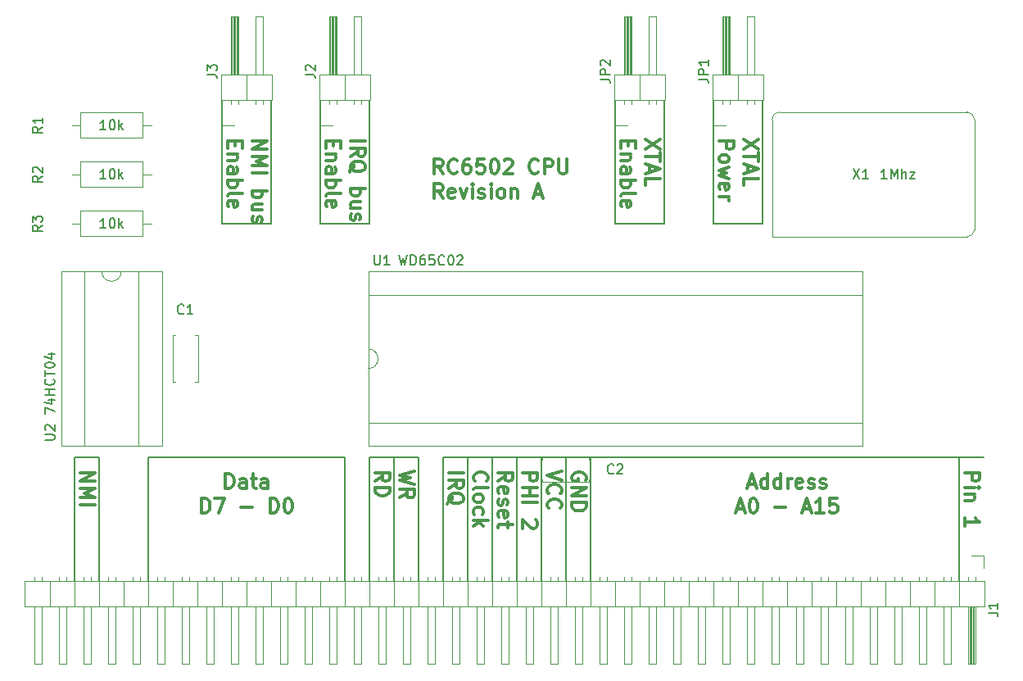
<source format=gto>
G04 #@! TF.FileFunction,Legend,Top*
%FSLAX46Y46*%
G04 Gerber Fmt 4.6, Leading zero omitted, Abs format (unit mm)*
G04 Created by KiCad (PCBNEW 4.0.6) date 05/15/17 21:37:23*
%MOMM*%
%LPD*%
G01*
G04 APERTURE LIST*
%ADD10C,0.100000*%
%ADD11C,0.300000*%
%ADD12C,0.200000*%
%ADD13C,0.120000*%
%ADD14C,0.150000*%
G04 APERTURE END LIST*
D10*
D11*
X168466429Y-95464286D02*
X166966429Y-96464286D01*
X168466429Y-96464286D02*
X166966429Y-95464286D01*
X168466429Y-96821428D02*
X168466429Y-97678571D01*
X166966429Y-97250000D02*
X168466429Y-97250000D01*
X167395000Y-98107142D02*
X167395000Y-98821428D01*
X166966429Y-97964285D02*
X168466429Y-98464285D01*
X166966429Y-98964285D01*
X166966429Y-100178571D02*
X166966429Y-99464285D01*
X168466429Y-99464285D01*
X164416429Y-95607143D02*
X165916429Y-95607143D01*
X165916429Y-96178571D01*
X165845000Y-96321429D01*
X165773571Y-96392857D01*
X165630714Y-96464286D01*
X165416429Y-96464286D01*
X165273571Y-96392857D01*
X165202143Y-96321429D01*
X165130714Y-96178571D01*
X165130714Y-95607143D01*
X164416429Y-97321429D02*
X164487857Y-97178571D01*
X164559286Y-97107143D01*
X164702143Y-97035714D01*
X165130714Y-97035714D01*
X165273571Y-97107143D01*
X165345000Y-97178571D01*
X165416429Y-97321429D01*
X165416429Y-97535714D01*
X165345000Y-97678571D01*
X165273571Y-97750000D01*
X165130714Y-97821429D01*
X164702143Y-97821429D01*
X164559286Y-97750000D01*
X164487857Y-97678571D01*
X164416429Y-97535714D01*
X164416429Y-97321429D01*
X165416429Y-98321429D02*
X164416429Y-98607143D01*
X165130714Y-98892857D01*
X164416429Y-99178572D01*
X165416429Y-99464286D01*
X164487857Y-100607143D02*
X164416429Y-100464286D01*
X164416429Y-100178572D01*
X164487857Y-100035715D01*
X164630714Y-99964286D01*
X165202143Y-99964286D01*
X165345000Y-100035715D01*
X165416429Y-100178572D01*
X165416429Y-100464286D01*
X165345000Y-100607143D01*
X165202143Y-100678572D01*
X165059286Y-100678572D01*
X164916429Y-99964286D01*
X164416429Y-101321429D02*
X165416429Y-101321429D01*
X165130714Y-101321429D02*
X165273571Y-101392857D01*
X165345000Y-101464286D01*
X165416429Y-101607143D01*
X165416429Y-101750000D01*
X158306429Y-95464286D02*
X156806429Y-96464286D01*
X158306429Y-96464286D02*
X156806429Y-95464286D01*
X158306429Y-96821428D02*
X158306429Y-97678571D01*
X156806429Y-97250000D02*
X158306429Y-97250000D01*
X157235000Y-98107142D02*
X157235000Y-98821428D01*
X156806429Y-97964285D02*
X158306429Y-98464285D01*
X156806429Y-98964285D01*
X156806429Y-100178571D02*
X156806429Y-99464285D01*
X158306429Y-99464285D01*
X155042143Y-95607143D02*
X155042143Y-96107143D01*
X154256429Y-96321429D02*
X154256429Y-95607143D01*
X155756429Y-95607143D01*
X155756429Y-96321429D01*
X155256429Y-96964286D02*
X154256429Y-96964286D01*
X155113571Y-96964286D02*
X155185000Y-97035714D01*
X155256429Y-97178572D01*
X155256429Y-97392857D01*
X155185000Y-97535714D01*
X155042143Y-97607143D01*
X154256429Y-97607143D01*
X154256429Y-98964286D02*
X155042143Y-98964286D01*
X155185000Y-98892857D01*
X155256429Y-98750000D01*
X155256429Y-98464286D01*
X155185000Y-98321429D01*
X154327857Y-98964286D02*
X154256429Y-98821429D01*
X154256429Y-98464286D01*
X154327857Y-98321429D01*
X154470714Y-98250000D01*
X154613571Y-98250000D01*
X154756429Y-98321429D01*
X154827857Y-98464286D01*
X154827857Y-98821429D01*
X154899286Y-98964286D01*
X154256429Y-99678572D02*
X155756429Y-99678572D01*
X155185000Y-99678572D02*
X155256429Y-99821429D01*
X155256429Y-100107143D01*
X155185000Y-100250000D01*
X155113571Y-100321429D01*
X154970714Y-100392858D01*
X154542143Y-100392858D01*
X154399286Y-100321429D01*
X154327857Y-100250000D01*
X154256429Y-100107143D01*
X154256429Y-99821429D01*
X154327857Y-99678572D01*
X154256429Y-101250001D02*
X154327857Y-101107143D01*
X154470714Y-101035715D01*
X155756429Y-101035715D01*
X154327857Y-102392857D02*
X154256429Y-102250000D01*
X154256429Y-101964286D01*
X154327857Y-101821429D01*
X154470714Y-101750000D01*
X155042143Y-101750000D01*
X155185000Y-101821429D01*
X155256429Y-101964286D01*
X155256429Y-102250000D01*
X155185000Y-102392857D01*
X155042143Y-102464286D01*
X154899286Y-102464286D01*
X154756429Y-101750000D01*
D12*
X168910000Y-104140000D02*
X168910000Y-91440000D01*
X163830000Y-104140000D02*
X168910000Y-104140000D01*
X163830000Y-91440000D02*
X163830000Y-104140000D01*
X158750000Y-104140000D02*
X158750000Y-91440000D01*
X153670000Y-104140000D02*
X158750000Y-104140000D01*
X153670000Y-91440000D02*
X153670000Y-104140000D01*
D11*
X116166429Y-95607143D02*
X117666429Y-95607143D01*
X116166429Y-96464286D01*
X117666429Y-96464286D01*
X116166429Y-97178572D02*
X117666429Y-97178572D01*
X116595000Y-97678572D01*
X117666429Y-98178572D01*
X116166429Y-98178572D01*
X116166429Y-98892858D02*
X117666429Y-98892858D01*
X116166429Y-100750001D02*
X117666429Y-100750001D01*
X117095000Y-100750001D02*
X117166429Y-100892858D01*
X117166429Y-101178572D01*
X117095000Y-101321429D01*
X117023571Y-101392858D01*
X116880714Y-101464287D01*
X116452143Y-101464287D01*
X116309286Y-101392858D01*
X116237857Y-101321429D01*
X116166429Y-101178572D01*
X116166429Y-100892858D01*
X116237857Y-100750001D01*
X117166429Y-102750001D02*
X116166429Y-102750001D01*
X117166429Y-102107144D02*
X116380714Y-102107144D01*
X116237857Y-102178572D01*
X116166429Y-102321430D01*
X116166429Y-102535715D01*
X116237857Y-102678572D01*
X116309286Y-102750001D01*
X116237857Y-103392858D02*
X116166429Y-103535715D01*
X116166429Y-103821430D01*
X116237857Y-103964287D01*
X116380714Y-104035715D01*
X116452143Y-104035715D01*
X116595000Y-103964287D01*
X116666429Y-103821430D01*
X116666429Y-103607144D01*
X116737857Y-103464287D01*
X116880714Y-103392858D01*
X116952143Y-103392858D01*
X117095000Y-103464287D01*
X117166429Y-103607144D01*
X117166429Y-103821430D01*
X117095000Y-103964287D01*
X114402143Y-95607143D02*
X114402143Y-96107143D01*
X113616429Y-96321429D02*
X113616429Y-95607143D01*
X115116429Y-95607143D01*
X115116429Y-96321429D01*
X114616429Y-96964286D02*
X113616429Y-96964286D01*
X114473571Y-96964286D02*
X114545000Y-97035714D01*
X114616429Y-97178572D01*
X114616429Y-97392857D01*
X114545000Y-97535714D01*
X114402143Y-97607143D01*
X113616429Y-97607143D01*
X113616429Y-98964286D02*
X114402143Y-98964286D01*
X114545000Y-98892857D01*
X114616429Y-98750000D01*
X114616429Y-98464286D01*
X114545000Y-98321429D01*
X113687857Y-98964286D02*
X113616429Y-98821429D01*
X113616429Y-98464286D01*
X113687857Y-98321429D01*
X113830714Y-98250000D01*
X113973571Y-98250000D01*
X114116429Y-98321429D01*
X114187857Y-98464286D01*
X114187857Y-98821429D01*
X114259286Y-98964286D01*
X113616429Y-99678572D02*
X115116429Y-99678572D01*
X114545000Y-99678572D02*
X114616429Y-99821429D01*
X114616429Y-100107143D01*
X114545000Y-100250000D01*
X114473571Y-100321429D01*
X114330714Y-100392858D01*
X113902143Y-100392858D01*
X113759286Y-100321429D01*
X113687857Y-100250000D01*
X113616429Y-100107143D01*
X113616429Y-99821429D01*
X113687857Y-99678572D01*
X113616429Y-101250001D02*
X113687857Y-101107143D01*
X113830714Y-101035715D01*
X115116429Y-101035715D01*
X113687857Y-102392857D02*
X113616429Y-102250000D01*
X113616429Y-101964286D01*
X113687857Y-101821429D01*
X113830714Y-101750000D01*
X114402143Y-101750000D01*
X114545000Y-101821429D01*
X114616429Y-101964286D01*
X114616429Y-102250000D01*
X114545000Y-102392857D01*
X114402143Y-102464286D01*
X114259286Y-102464286D01*
X114116429Y-101750000D01*
X126326429Y-95607143D02*
X127826429Y-95607143D01*
X126326429Y-97178572D02*
X127040714Y-96678572D01*
X126326429Y-96321429D02*
X127826429Y-96321429D01*
X127826429Y-96892857D01*
X127755000Y-97035715D01*
X127683571Y-97107143D01*
X127540714Y-97178572D01*
X127326429Y-97178572D01*
X127183571Y-97107143D01*
X127112143Y-97035715D01*
X127040714Y-96892857D01*
X127040714Y-96321429D01*
X126183571Y-98821429D02*
X126255000Y-98678572D01*
X126397857Y-98535715D01*
X126612143Y-98321429D01*
X126683571Y-98178572D01*
X126683571Y-98035715D01*
X126326429Y-98107143D02*
X126397857Y-97964286D01*
X126540714Y-97821429D01*
X126826429Y-97750000D01*
X127326429Y-97750000D01*
X127612143Y-97821429D01*
X127755000Y-97964286D01*
X127826429Y-98107143D01*
X127826429Y-98392857D01*
X127755000Y-98535715D01*
X127612143Y-98678572D01*
X127326429Y-98750000D01*
X126826429Y-98750000D01*
X126540714Y-98678572D01*
X126397857Y-98535715D01*
X126326429Y-98392857D01*
X126326429Y-98107143D01*
X126326429Y-100535715D02*
X127826429Y-100535715D01*
X127255000Y-100535715D02*
X127326429Y-100678572D01*
X127326429Y-100964286D01*
X127255000Y-101107143D01*
X127183571Y-101178572D01*
X127040714Y-101250001D01*
X126612143Y-101250001D01*
X126469286Y-101178572D01*
X126397857Y-101107143D01*
X126326429Y-100964286D01*
X126326429Y-100678572D01*
X126397857Y-100535715D01*
X127326429Y-102535715D02*
X126326429Y-102535715D01*
X127326429Y-101892858D02*
X126540714Y-101892858D01*
X126397857Y-101964286D01*
X126326429Y-102107144D01*
X126326429Y-102321429D01*
X126397857Y-102464286D01*
X126469286Y-102535715D01*
X126397857Y-103178572D02*
X126326429Y-103321429D01*
X126326429Y-103607144D01*
X126397857Y-103750001D01*
X126540714Y-103821429D01*
X126612143Y-103821429D01*
X126755000Y-103750001D01*
X126826429Y-103607144D01*
X126826429Y-103392858D01*
X126897857Y-103250001D01*
X127040714Y-103178572D01*
X127112143Y-103178572D01*
X127255000Y-103250001D01*
X127326429Y-103392858D01*
X127326429Y-103607144D01*
X127255000Y-103750001D01*
X124562143Y-95607143D02*
X124562143Y-96107143D01*
X123776429Y-96321429D02*
X123776429Y-95607143D01*
X125276429Y-95607143D01*
X125276429Y-96321429D01*
X124776429Y-96964286D02*
X123776429Y-96964286D01*
X124633571Y-96964286D02*
X124705000Y-97035714D01*
X124776429Y-97178572D01*
X124776429Y-97392857D01*
X124705000Y-97535714D01*
X124562143Y-97607143D01*
X123776429Y-97607143D01*
X123776429Y-98964286D02*
X124562143Y-98964286D01*
X124705000Y-98892857D01*
X124776429Y-98750000D01*
X124776429Y-98464286D01*
X124705000Y-98321429D01*
X123847857Y-98964286D02*
X123776429Y-98821429D01*
X123776429Y-98464286D01*
X123847857Y-98321429D01*
X123990714Y-98250000D01*
X124133571Y-98250000D01*
X124276429Y-98321429D01*
X124347857Y-98464286D01*
X124347857Y-98821429D01*
X124419286Y-98964286D01*
X123776429Y-99678572D02*
X125276429Y-99678572D01*
X124705000Y-99678572D02*
X124776429Y-99821429D01*
X124776429Y-100107143D01*
X124705000Y-100250000D01*
X124633571Y-100321429D01*
X124490714Y-100392858D01*
X124062143Y-100392858D01*
X123919286Y-100321429D01*
X123847857Y-100250000D01*
X123776429Y-100107143D01*
X123776429Y-99821429D01*
X123847857Y-99678572D01*
X123776429Y-101250001D02*
X123847857Y-101107143D01*
X123990714Y-101035715D01*
X125276429Y-101035715D01*
X123847857Y-102392857D02*
X123776429Y-102250000D01*
X123776429Y-101964286D01*
X123847857Y-101821429D01*
X123990714Y-101750000D01*
X124562143Y-101750000D01*
X124705000Y-101821429D01*
X124776429Y-101964286D01*
X124776429Y-102250000D01*
X124705000Y-102392857D01*
X124562143Y-102464286D01*
X124419286Y-102464286D01*
X124276429Y-101750000D01*
D12*
X128270000Y-104140000D02*
X128270000Y-91440000D01*
X123190000Y-104140000D02*
X128270000Y-104140000D01*
X123190000Y-91440000D02*
X123190000Y-104140000D01*
X118110000Y-104140000D02*
X118110000Y-91440000D01*
X113030000Y-104140000D02*
X118110000Y-104140000D01*
X113030000Y-91440000D02*
X113030000Y-104140000D01*
D11*
X167414286Y-131055000D02*
X168128572Y-131055000D01*
X167271429Y-131483571D02*
X167771429Y-129983571D01*
X168271429Y-131483571D01*
X169414286Y-131483571D02*
X169414286Y-129983571D01*
X169414286Y-131412143D02*
X169271429Y-131483571D01*
X168985715Y-131483571D01*
X168842857Y-131412143D01*
X168771429Y-131340714D01*
X168700000Y-131197857D01*
X168700000Y-130769286D01*
X168771429Y-130626429D01*
X168842857Y-130555000D01*
X168985715Y-130483571D01*
X169271429Y-130483571D01*
X169414286Y-130555000D01*
X170771429Y-131483571D02*
X170771429Y-129983571D01*
X170771429Y-131412143D02*
X170628572Y-131483571D01*
X170342858Y-131483571D01*
X170200000Y-131412143D01*
X170128572Y-131340714D01*
X170057143Y-131197857D01*
X170057143Y-130769286D01*
X170128572Y-130626429D01*
X170200000Y-130555000D01*
X170342858Y-130483571D01*
X170628572Y-130483571D01*
X170771429Y-130555000D01*
X171485715Y-131483571D02*
X171485715Y-130483571D01*
X171485715Y-130769286D02*
X171557143Y-130626429D01*
X171628572Y-130555000D01*
X171771429Y-130483571D01*
X171914286Y-130483571D01*
X172985714Y-131412143D02*
X172842857Y-131483571D01*
X172557143Y-131483571D01*
X172414286Y-131412143D01*
X172342857Y-131269286D01*
X172342857Y-130697857D01*
X172414286Y-130555000D01*
X172557143Y-130483571D01*
X172842857Y-130483571D01*
X172985714Y-130555000D01*
X173057143Y-130697857D01*
X173057143Y-130840714D01*
X172342857Y-130983571D01*
X173628571Y-131412143D02*
X173771428Y-131483571D01*
X174057143Y-131483571D01*
X174200000Y-131412143D01*
X174271428Y-131269286D01*
X174271428Y-131197857D01*
X174200000Y-131055000D01*
X174057143Y-130983571D01*
X173842857Y-130983571D01*
X173700000Y-130912143D01*
X173628571Y-130769286D01*
X173628571Y-130697857D01*
X173700000Y-130555000D01*
X173842857Y-130483571D01*
X174057143Y-130483571D01*
X174200000Y-130555000D01*
X174842857Y-131412143D02*
X174985714Y-131483571D01*
X175271429Y-131483571D01*
X175414286Y-131412143D01*
X175485714Y-131269286D01*
X175485714Y-131197857D01*
X175414286Y-131055000D01*
X175271429Y-130983571D01*
X175057143Y-130983571D01*
X174914286Y-130912143D01*
X174842857Y-130769286D01*
X174842857Y-130697857D01*
X174914286Y-130555000D01*
X175057143Y-130483571D01*
X175271429Y-130483571D01*
X175414286Y-130555000D01*
X166235715Y-133605000D02*
X166950001Y-133605000D01*
X166092858Y-134033571D02*
X166592858Y-132533571D01*
X167092858Y-134033571D01*
X167878572Y-132533571D02*
X168021429Y-132533571D01*
X168164286Y-132605000D01*
X168235715Y-132676429D01*
X168307144Y-132819286D01*
X168378572Y-133105000D01*
X168378572Y-133462143D01*
X168307144Y-133747857D01*
X168235715Y-133890714D01*
X168164286Y-133962143D01*
X168021429Y-134033571D01*
X167878572Y-134033571D01*
X167735715Y-133962143D01*
X167664286Y-133890714D01*
X167592858Y-133747857D01*
X167521429Y-133462143D01*
X167521429Y-133105000D01*
X167592858Y-132819286D01*
X167664286Y-132676429D01*
X167735715Y-132605000D01*
X167878572Y-132533571D01*
X170164286Y-133462143D02*
X171307143Y-133462143D01*
X173092857Y-133605000D02*
X173807143Y-133605000D01*
X172950000Y-134033571D02*
X173450000Y-132533571D01*
X173950000Y-134033571D01*
X175235714Y-134033571D02*
X174378571Y-134033571D01*
X174807143Y-134033571D02*
X174807143Y-132533571D01*
X174664286Y-132747857D01*
X174521428Y-132890714D01*
X174378571Y-132962143D01*
X176592857Y-132533571D02*
X175878571Y-132533571D01*
X175807142Y-133247857D01*
X175878571Y-133176429D01*
X176021428Y-133105000D01*
X176378571Y-133105000D01*
X176521428Y-133176429D01*
X176592857Y-133247857D01*
X176664285Y-133390714D01*
X176664285Y-133747857D01*
X176592857Y-133890714D01*
X176521428Y-133962143D01*
X176378571Y-134033571D01*
X176021428Y-134033571D01*
X175878571Y-133962143D01*
X175807142Y-133890714D01*
X113391429Y-131483571D02*
X113391429Y-129983571D01*
X113748572Y-129983571D01*
X113962857Y-130055000D01*
X114105715Y-130197857D01*
X114177143Y-130340714D01*
X114248572Y-130626429D01*
X114248572Y-130840714D01*
X114177143Y-131126429D01*
X114105715Y-131269286D01*
X113962857Y-131412143D01*
X113748572Y-131483571D01*
X113391429Y-131483571D01*
X115534286Y-131483571D02*
X115534286Y-130697857D01*
X115462857Y-130555000D01*
X115320000Y-130483571D01*
X115034286Y-130483571D01*
X114891429Y-130555000D01*
X115534286Y-131412143D02*
X115391429Y-131483571D01*
X115034286Y-131483571D01*
X114891429Y-131412143D01*
X114820000Y-131269286D01*
X114820000Y-131126429D01*
X114891429Y-130983571D01*
X115034286Y-130912143D01*
X115391429Y-130912143D01*
X115534286Y-130840714D01*
X116034286Y-130483571D02*
X116605715Y-130483571D01*
X116248572Y-129983571D02*
X116248572Y-131269286D01*
X116320000Y-131412143D01*
X116462858Y-131483571D01*
X116605715Y-131483571D01*
X117748572Y-131483571D02*
X117748572Y-130697857D01*
X117677143Y-130555000D01*
X117534286Y-130483571D01*
X117248572Y-130483571D01*
X117105715Y-130555000D01*
X117748572Y-131412143D02*
X117605715Y-131483571D01*
X117248572Y-131483571D01*
X117105715Y-131412143D01*
X117034286Y-131269286D01*
X117034286Y-131126429D01*
X117105715Y-130983571D01*
X117248572Y-130912143D01*
X117605715Y-130912143D01*
X117748572Y-130840714D01*
X110927144Y-134033571D02*
X110927144Y-132533571D01*
X111284287Y-132533571D01*
X111498572Y-132605000D01*
X111641430Y-132747857D01*
X111712858Y-132890714D01*
X111784287Y-133176429D01*
X111784287Y-133390714D01*
X111712858Y-133676429D01*
X111641430Y-133819286D01*
X111498572Y-133962143D01*
X111284287Y-134033571D01*
X110927144Y-134033571D01*
X112284287Y-132533571D02*
X113284287Y-132533571D01*
X112641430Y-134033571D01*
X114998572Y-133462143D02*
X116141429Y-133462143D01*
X117998572Y-134033571D02*
X117998572Y-132533571D01*
X118355715Y-132533571D01*
X118570000Y-132605000D01*
X118712858Y-132747857D01*
X118784286Y-132890714D01*
X118855715Y-133176429D01*
X118855715Y-133390714D01*
X118784286Y-133676429D01*
X118712858Y-133819286D01*
X118570000Y-133962143D01*
X118355715Y-134033571D01*
X117998572Y-134033571D01*
X119784286Y-132533571D02*
X119927143Y-132533571D01*
X120070000Y-132605000D01*
X120141429Y-132676429D01*
X120212858Y-132819286D01*
X120284286Y-133105000D01*
X120284286Y-133462143D01*
X120212858Y-133747857D01*
X120141429Y-133890714D01*
X120070000Y-133962143D01*
X119927143Y-134033571D01*
X119784286Y-134033571D01*
X119641429Y-133962143D01*
X119570000Y-133890714D01*
X119498572Y-133747857D01*
X119427143Y-133462143D01*
X119427143Y-133105000D01*
X119498572Y-132819286D01*
X119570000Y-132676429D01*
X119641429Y-132605000D01*
X119784286Y-132533571D01*
X128861429Y-130754286D02*
X129575714Y-130254286D01*
X128861429Y-129897143D02*
X130361429Y-129897143D01*
X130361429Y-130468571D01*
X130290000Y-130611429D01*
X130218571Y-130682857D01*
X130075714Y-130754286D01*
X129861429Y-130754286D01*
X129718571Y-130682857D01*
X129647143Y-130611429D01*
X129575714Y-130468571D01*
X129575714Y-129897143D01*
X128861429Y-131397143D02*
X130361429Y-131397143D01*
X130361429Y-131754286D01*
X130290000Y-131968571D01*
X130147143Y-132111429D01*
X130004286Y-132182857D01*
X129718571Y-132254286D01*
X129504286Y-132254286D01*
X129218571Y-132182857D01*
X129075714Y-132111429D01*
X128932857Y-131968571D01*
X128861429Y-131754286D01*
X128861429Y-131397143D01*
X132901429Y-129754286D02*
X131401429Y-130111429D01*
X132472857Y-130397143D01*
X131401429Y-130682857D01*
X132901429Y-131040000D01*
X131401429Y-132468572D02*
X132115714Y-131968572D01*
X131401429Y-131611429D02*
X132901429Y-131611429D01*
X132901429Y-132182857D01*
X132830000Y-132325715D01*
X132758571Y-132397143D01*
X132615714Y-132468572D01*
X132401429Y-132468572D01*
X132258571Y-132397143D01*
X132187143Y-132325715D01*
X132115714Y-132182857D01*
X132115714Y-131611429D01*
X98381429Y-129897143D02*
X99881429Y-129897143D01*
X98381429Y-130754286D01*
X99881429Y-130754286D01*
X98381429Y-131468572D02*
X99881429Y-131468572D01*
X98810000Y-131968572D01*
X99881429Y-132468572D01*
X98381429Y-132468572D01*
X98381429Y-133182858D02*
X99881429Y-133182858D01*
X136481429Y-129897143D02*
X137981429Y-129897143D01*
X136481429Y-131468572D02*
X137195714Y-130968572D01*
X136481429Y-130611429D02*
X137981429Y-130611429D01*
X137981429Y-131182857D01*
X137910000Y-131325715D01*
X137838571Y-131397143D01*
X137695714Y-131468572D01*
X137481429Y-131468572D01*
X137338571Y-131397143D01*
X137267143Y-131325715D01*
X137195714Y-131182857D01*
X137195714Y-130611429D01*
X136338571Y-133111429D02*
X136410000Y-132968572D01*
X136552857Y-132825715D01*
X136767143Y-132611429D01*
X136838571Y-132468572D01*
X136838571Y-132325715D01*
X136481429Y-132397143D02*
X136552857Y-132254286D01*
X136695714Y-132111429D01*
X136981429Y-132040000D01*
X137481429Y-132040000D01*
X137767143Y-132111429D01*
X137910000Y-132254286D01*
X137981429Y-132397143D01*
X137981429Y-132682857D01*
X137910000Y-132825715D01*
X137767143Y-132968572D01*
X137481429Y-133040000D01*
X136981429Y-133040000D01*
X136695714Y-132968572D01*
X136552857Y-132825715D01*
X136481429Y-132682857D01*
X136481429Y-132397143D01*
X139164286Y-130754286D02*
X139092857Y-130682857D01*
X139021429Y-130468571D01*
X139021429Y-130325714D01*
X139092857Y-130111429D01*
X139235714Y-129968571D01*
X139378571Y-129897143D01*
X139664286Y-129825714D01*
X139878571Y-129825714D01*
X140164286Y-129897143D01*
X140307143Y-129968571D01*
X140450000Y-130111429D01*
X140521429Y-130325714D01*
X140521429Y-130468571D01*
X140450000Y-130682857D01*
X140378571Y-130754286D01*
X139021429Y-131611429D02*
X139092857Y-131468571D01*
X139235714Y-131397143D01*
X140521429Y-131397143D01*
X139021429Y-132397143D02*
X139092857Y-132254285D01*
X139164286Y-132182857D01*
X139307143Y-132111428D01*
X139735714Y-132111428D01*
X139878571Y-132182857D01*
X139950000Y-132254285D01*
X140021429Y-132397143D01*
X140021429Y-132611428D01*
X139950000Y-132754285D01*
X139878571Y-132825714D01*
X139735714Y-132897143D01*
X139307143Y-132897143D01*
X139164286Y-132825714D01*
X139092857Y-132754285D01*
X139021429Y-132611428D01*
X139021429Y-132397143D01*
X139092857Y-134182857D02*
X139021429Y-134040000D01*
X139021429Y-133754286D01*
X139092857Y-133611428D01*
X139164286Y-133540000D01*
X139307143Y-133468571D01*
X139735714Y-133468571D01*
X139878571Y-133540000D01*
X139950000Y-133611428D01*
X140021429Y-133754286D01*
X140021429Y-134040000D01*
X139950000Y-134182857D01*
X139021429Y-134825714D02*
X140521429Y-134825714D01*
X139592857Y-134968571D02*
X139021429Y-135397142D01*
X140021429Y-135397142D02*
X139450000Y-134825714D01*
X141561429Y-130754286D02*
X142275714Y-130254286D01*
X141561429Y-129897143D02*
X143061429Y-129897143D01*
X143061429Y-130468571D01*
X142990000Y-130611429D01*
X142918571Y-130682857D01*
X142775714Y-130754286D01*
X142561429Y-130754286D01*
X142418571Y-130682857D01*
X142347143Y-130611429D01*
X142275714Y-130468571D01*
X142275714Y-129897143D01*
X141632857Y-131968571D02*
X141561429Y-131825714D01*
X141561429Y-131540000D01*
X141632857Y-131397143D01*
X141775714Y-131325714D01*
X142347143Y-131325714D01*
X142490000Y-131397143D01*
X142561429Y-131540000D01*
X142561429Y-131825714D01*
X142490000Y-131968571D01*
X142347143Y-132040000D01*
X142204286Y-132040000D01*
X142061429Y-131325714D01*
X141632857Y-132611428D02*
X141561429Y-132754285D01*
X141561429Y-133040000D01*
X141632857Y-133182857D01*
X141775714Y-133254285D01*
X141847143Y-133254285D01*
X141990000Y-133182857D01*
X142061429Y-133040000D01*
X142061429Y-132825714D01*
X142132857Y-132682857D01*
X142275714Y-132611428D01*
X142347143Y-132611428D01*
X142490000Y-132682857D01*
X142561429Y-132825714D01*
X142561429Y-133040000D01*
X142490000Y-133182857D01*
X141632857Y-134468571D02*
X141561429Y-134325714D01*
X141561429Y-134040000D01*
X141632857Y-133897143D01*
X141775714Y-133825714D01*
X142347143Y-133825714D01*
X142490000Y-133897143D01*
X142561429Y-134040000D01*
X142561429Y-134325714D01*
X142490000Y-134468571D01*
X142347143Y-134540000D01*
X142204286Y-134540000D01*
X142061429Y-133825714D01*
X142561429Y-134968571D02*
X142561429Y-135540000D01*
X143061429Y-135182857D02*
X141775714Y-135182857D01*
X141632857Y-135254285D01*
X141561429Y-135397143D01*
X141561429Y-135540000D01*
X144101429Y-129897143D02*
X145601429Y-129897143D01*
X145601429Y-130468571D01*
X145530000Y-130611429D01*
X145458571Y-130682857D01*
X145315714Y-130754286D01*
X145101429Y-130754286D01*
X144958571Y-130682857D01*
X144887143Y-130611429D01*
X144815714Y-130468571D01*
X144815714Y-129897143D01*
X144101429Y-131397143D02*
X145601429Y-131397143D01*
X144887143Y-131397143D02*
X144887143Y-132254286D01*
X144101429Y-132254286D02*
X145601429Y-132254286D01*
X144101429Y-132968572D02*
X145601429Y-132968572D01*
X145458571Y-134754286D02*
X145530000Y-134825715D01*
X145601429Y-134968572D01*
X145601429Y-135325715D01*
X145530000Y-135468572D01*
X145458571Y-135540001D01*
X145315714Y-135611429D01*
X145172857Y-135611429D01*
X144958571Y-135540001D01*
X144101429Y-134682858D01*
X144101429Y-135611429D01*
X148141429Y-129682857D02*
X146641429Y-130182857D01*
X148141429Y-130682857D01*
X146784286Y-132040000D02*
X146712857Y-131968571D01*
X146641429Y-131754285D01*
X146641429Y-131611428D01*
X146712857Y-131397143D01*
X146855714Y-131254285D01*
X146998571Y-131182857D01*
X147284286Y-131111428D01*
X147498571Y-131111428D01*
X147784286Y-131182857D01*
X147927143Y-131254285D01*
X148070000Y-131397143D01*
X148141429Y-131611428D01*
X148141429Y-131754285D01*
X148070000Y-131968571D01*
X147998571Y-132040000D01*
X146784286Y-133540000D02*
X146712857Y-133468571D01*
X146641429Y-133254285D01*
X146641429Y-133111428D01*
X146712857Y-132897143D01*
X146855714Y-132754285D01*
X146998571Y-132682857D01*
X147284286Y-132611428D01*
X147498571Y-132611428D01*
X147784286Y-132682857D01*
X147927143Y-132754285D01*
X148070000Y-132897143D01*
X148141429Y-133111428D01*
X148141429Y-133254285D01*
X148070000Y-133468571D01*
X147998571Y-133540000D01*
X150610000Y-130682857D02*
X150681429Y-130540000D01*
X150681429Y-130325714D01*
X150610000Y-130111429D01*
X150467143Y-129968571D01*
X150324286Y-129897143D01*
X150038571Y-129825714D01*
X149824286Y-129825714D01*
X149538571Y-129897143D01*
X149395714Y-129968571D01*
X149252857Y-130111429D01*
X149181429Y-130325714D01*
X149181429Y-130468571D01*
X149252857Y-130682857D01*
X149324286Y-130754286D01*
X149824286Y-130754286D01*
X149824286Y-130468571D01*
X149181429Y-131397143D02*
X150681429Y-131397143D01*
X149181429Y-132254286D01*
X150681429Y-132254286D01*
X149181429Y-132968572D02*
X150681429Y-132968572D01*
X150681429Y-133325715D01*
X150610000Y-133540000D01*
X150467143Y-133682858D01*
X150324286Y-133754286D01*
X150038571Y-133825715D01*
X149824286Y-133825715D01*
X149538571Y-133754286D01*
X149395714Y-133682858D01*
X149252857Y-133540000D01*
X149181429Y-133325715D01*
X149181429Y-132968572D01*
X189821429Y-129897143D02*
X191321429Y-129897143D01*
X191321429Y-130468571D01*
X191250000Y-130611429D01*
X191178571Y-130682857D01*
X191035714Y-130754286D01*
X190821429Y-130754286D01*
X190678571Y-130682857D01*
X190607143Y-130611429D01*
X190535714Y-130468571D01*
X190535714Y-129897143D01*
X189821429Y-131397143D02*
X190821429Y-131397143D01*
X191321429Y-131397143D02*
X191250000Y-131325714D01*
X191178571Y-131397143D01*
X191250000Y-131468571D01*
X191321429Y-131397143D01*
X191178571Y-131397143D01*
X190821429Y-132111429D02*
X189821429Y-132111429D01*
X190678571Y-132111429D02*
X190750000Y-132182857D01*
X190821429Y-132325715D01*
X190821429Y-132540000D01*
X190750000Y-132682857D01*
X190607143Y-132754286D01*
X189821429Y-132754286D01*
X189821429Y-135397143D02*
X189821429Y-134540000D01*
X189821429Y-134968572D02*
X191321429Y-134968572D01*
X191107143Y-134825715D01*
X190964286Y-134682857D01*
X190892857Y-134540000D01*
D12*
X189230000Y-128270000D02*
X189230000Y-140970000D01*
X151130000Y-128270000D02*
X191770000Y-128270000D01*
X140970000Y-128270000D02*
X138430000Y-128270000D01*
X140970000Y-128270000D02*
X140970000Y-140970000D01*
X143510000Y-128270000D02*
X140970000Y-128270000D01*
X143510000Y-128270000D02*
X143510000Y-140970000D01*
X146050000Y-128270000D02*
X143510000Y-128270000D01*
X146050000Y-128270000D02*
X146050000Y-140970000D01*
X148590000Y-128270000D02*
X146050000Y-128270000D01*
X148590000Y-128270000D02*
X148590000Y-140970000D01*
X151130000Y-128270000D02*
X148590000Y-128270000D01*
X151130000Y-140970000D02*
X151130000Y-128270000D01*
X138430000Y-128270000D02*
X138430000Y-140970000D01*
X135890000Y-128270000D02*
X138430000Y-128270000D01*
X135890000Y-128270000D02*
X135890000Y-140970000D01*
X133350000Y-128270000D02*
X133350000Y-140970000D01*
X130810000Y-128270000D02*
X133350000Y-128270000D01*
X130810000Y-128270000D02*
X130810000Y-140970000D01*
X128270000Y-128270000D02*
X130810000Y-128270000D01*
X128270000Y-128270000D02*
X128270000Y-140970000D01*
X125730000Y-128270000D02*
X105410000Y-128270000D01*
X125730000Y-140970000D02*
X125730000Y-128270000D01*
X105410000Y-140970000D02*
X105410000Y-128270000D01*
X100330000Y-128270000D02*
X100330000Y-140970000D01*
X97790000Y-128270000D02*
X100330000Y-128270000D01*
X97790000Y-140970000D02*
X97790000Y-128270000D01*
D11*
X135834286Y-98971571D02*
X135334286Y-98257286D01*
X134977143Y-98971571D02*
X134977143Y-97471571D01*
X135548571Y-97471571D01*
X135691429Y-97543000D01*
X135762857Y-97614429D01*
X135834286Y-97757286D01*
X135834286Y-97971571D01*
X135762857Y-98114429D01*
X135691429Y-98185857D01*
X135548571Y-98257286D01*
X134977143Y-98257286D01*
X137334286Y-98828714D02*
X137262857Y-98900143D01*
X137048571Y-98971571D01*
X136905714Y-98971571D01*
X136691429Y-98900143D01*
X136548571Y-98757286D01*
X136477143Y-98614429D01*
X136405714Y-98328714D01*
X136405714Y-98114429D01*
X136477143Y-97828714D01*
X136548571Y-97685857D01*
X136691429Y-97543000D01*
X136905714Y-97471571D01*
X137048571Y-97471571D01*
X137262857Y-97543000D01*
X137334286Y-97614429D01*
X138620000Y-97471571D02*
X138334286Y-97471571D01*
X138191429Y-97543000D01*
X138120000Y-97614429D01*
X137977143Y-97828714D01*
X137905714Y-98114429D01*
X137905714Y-98685857D01*
X137977143Y-98828714D01*
X138048571Y-98900143D01*
X138191429Y-98971571D01*
X138477143Y-98971571D01*
X138620000Y-98900143D01*
X138691429Y-98828714D01*
X138762857Y-98685857D01*
X138762857Y-98328714D01*
X138691429Y-98185857D01*
X138620000Y-98114429D01*
X138477143Y-98043000D01*
X138191429Y-98043000D01*
X138048571Y-98114429D01*
X137977143Y-98185857D01*
X137905714Y-98328714D01*
X140120000Y-97471571D02*
X139405714Y-97471571D01*
X139334285Y-98185857D01*
X139405714Y-98114429D01*
X139548571Y-98043000D01*
X139905714Y-98043000D01*
X140048571Y-98114429D01*
X140120000Y-98185857D01*
X140191428Y-98328714D01*
X140191428Y-98685857D01*
X140120000Y-98828714D01*
X140048571Y-98900143D01*
X139905714Y-98971571D01*
X139548571Y-98971571D01*
X139405714Y-98900143D01*
X139334285Y-98828714D01*
X141119999Y-97471571D02*
X141262856Y-97471571D01*
X141405713Y-97543000D01*
X141477142Y-97614429D01*
X141548571Y-97757286D01*
X141619999Y-98043000D01*
X141619999Y-98400143D01*
X141548571Y-98685857D01*
X141477142Y-98828714D01*
X141405713Y-98900143D01*
X141262856Y-98971571D01*
X141119999Y-98971571D01*
X140977142Y-98900143D01*
X140905713Y-98828714D01*
X140834285Y-98685857D01*
X140762856Y-98400143D01*
X140762856Y-98043000D01*
X140834285Y-97757286D01*
X140905713Y-97614429D01*
X140977142Y-97543000D01*
X141119999Y-97471571D01*
X142191427Y-97614429D02*
X142262856Y-97543000D01*
X142405713Y-97471571D01*
X142762856Y-97471571D01*
X142905713Y-97543000D01*
X142977142Y-97614429D01*
X143048570Y-97757286D01*
X143048570Y-97900143D01*
X142977142Y-98114429D01*
X142119999Y-98971571D01*
X143048570Y-98971571D01*
X145691427Y-98828714D02*
X145619998Y-98900143D01*
X145405712Y-98971571D01*
X145262855Y-98971571D01*
X145048570Y-98900143D01*
X144905712Y-98757286D01*
X144834284Y-98614429D01*
X144762855Y-98328714D01*
X144762855Y-98114429D01*
X144834284Y-97828714D01*
X144905712Y-97685857D01*
X145048570Y-97543000D01*
X145262855Y-97471571D01*
X145405712Y-97471571D01*
X145619998Y-97543000D01*
X145691427Y-97614429D01*
X146334284Y-98971571D02*
X146334284Y-97471571D01*
X146905712Y-97471571D01*
X147048570Y-97543000D01*
X147119998Y-97614429D01*
X147191427Y-97757286D01*
X147191427Y-97971571D01*
X147119998Y-98114429D01*
X147048570Y-98185857D01*
X146905712Y-98257286D01*
X146334284Y-98257286D01*
X147834284Y-97471571D02*
X147834284Y-98685857D01*
X147905712Y-98828714D01*
X147977141Y-98900143D01*
X148119998Y-98971571D01*
X148405712Y-98971571D01*
X148548570Y-98900143D01*
X148619998Y-98828714D01*
X148691427Y-98685857D01*
X148691427Y-97471571D01*
X135834286Y-101521571D02*
X135334286Y-100807286D01*
X134977143Y-101521571D02*
X134977143Y-100021571D01*
X135548571Y-100021571D01*
X135691429Y-100093000D01*
X135762857Y-100164429D01*
X135834286Y-100307286D01*
X135834286Y-100521571D01*
X135762857Y-100664429D01*
X135691429Y-100735857D01*
X135548571Y-100807286D01*
X134977143Y-100807286D01*
X137048571Y-101450143D02*
X136905714Y-101521571D01*
X136620000Y-101521571D01*
X136477143Y-101450143D01*
X136405714Y-101307286D01*
X136405714Y-100735857D01*
X136477143Y-100593000D01*
X136620000Y-100521571D01*
X136905714Y-100521571D01*
X137048571Y-100593000D01*
X137120000Y-100735857D01*
X137120000Y-100878714D01*
X136405714Y-101021571D01*
X137620000Y-100521571D02*
X137977143Y-101521571D01*
X138334285Y-100521571D01*
X138905714Y-101521571D02*
X138905714Y-100521571D01*
X138905714Y-100021571D02*
X138834285Y-100093000D01*
X138905714Y-100164429D01*
X138977142Y-100093000D01*
X138905714Y-100021571D01*
X138905714Y-100164429D01*
X139548571Y-101450143D02*
X139691428Y-101521571D01*
X139977143Y-101521571D01*
X140120000Y-101450143D01*
X140191428Y-101307286D01*
X140191428Y-101235857D01*
X140120000Y-101093000D01*
X139977143Y-101021571D01*
X139762857Y-101021571D01*
X139620000Y-100950143D01*
X139548571Y-100807286D01*
X139548571Y-100735857D01*
X139620000Y-100593000D01*
X139762857Y-100521571D01*
X139977143Y-100521571D01*
X140120000Y-100593000D01*
X140834286Y-101521571D02*
X140834286Y-100521571D01*
X140834286Y-100021571D02*
X140762857Y-100093000D01*
X140834286Y-100164429D01*
X140905714Y-100093000D01*
X140834286Y-100021571D01*
X140834286Y-100164429D01*
X141762858Y-101521571D02*
X141620000Y-101450143D01*
X141548572Y-101378714D01*
X141477143Y-101235857D01*
X141477143Y-100807286D01*
X141548572Y-100664429D01*
X141620000Y-100593000D01*
X141762858Y-100521571D01*
X141977143Y-100521571D01*
X142120000Y-100593000D01*
X142191429Y-100664429D01*
X142262858Y-100807286D01*
X142262858Y-101235857D01*
X142191429Y-101378714D01*
X142120000Y-101450143D01*
X141977143Y-101521571D01*
X141762858Y-101521571D01*
X142905715Y-100521571D02*
X142905715Y-101521571D01*
X142905715Y-100664429D02*
X142977143Y-100593000D01*
X143120001Y-100521571D01*
X143334286Y-100521571D01*
X143477143Y-100593000D01*
X143548572Y-100735857D01*
X143548572Y-101521571D01*
X145334286Y-101093000D02*
X146048572Y-101093000D01*
X145191429Y-101521571D02*
X145691429Y-100021571D01*
X146191429Y-101521571D01*
D13*
X191830000Y-141040000D02*
X189230000Y-141040000D01*
X189230000Y-141040000D02*
X189230000Y-143660000D01*
X189230000Y-143660000D02*
X191830000Y-143660000D01*
X191830000Y-143660000D02*
X191830000Y-141040000D01*
X190880000Y-143660000D02*
X190120000Y-143660000D01*
X190120000Y-143660000D02*
X190120000Y-149660000D01*
X190120000Y-149660000D02*
X190880000Y-149660000D01*
X190880000Y-149660000D02*
X190880000Y-143660000D01*
X190880000Y-140610000D02*
X190880000Y-141040000D01*
X190120000Y-140610000D02*
X190120000Y-141040000D01*
X190760000Y-143660000D02*
X190760000Y-149660000D01*
X190640000Y-143660000D02*
X190640000Y-149660000D01*
X190520000Y-143660000D02*
X190520000Y-149660000D01*
X190400000Y-143660000D02*
X190400000Y-149660000D01*
X190280000Y-143660000D02*
X190280000Y-149660000D01*
X190160000Y-143660000D02*
X190160000Y-149660000D01*
X189230000Y-141040000D02*
X186690000Y-141040000D01*
X186690000Y-141040000D02*
X186690000Y-143660000D01*
X186690000Y-143660000D02*
X189230000Y-143660000D01*
X189230000Y-143660000D02*
X189230000Y-141040000D01*
X188340000Y-143660000D02*
X187580000Y-143660000D01*
X187580000Y-143660000D02*
X187580000Y-149660000D01*
X187580000Y-149660000D02*
X188340000Y-149660000D01*
X188340000Y-149660000D02*
X188340000Y-143660000D01*
X188340000Y-140610000D02*
X188340000Y-141040000D01*
X187580000Y-140610000D02*
X187580000Y-141040000D01*
X186690000Y-141040000D02*
X184150000Y-141040000D01*
X184150000Y-141040000D02*
X184150000Y-143660000D01*
X184150000Y-143660000D02*
X186690000Y-143660000D01*
X186690000Y-143660000D02*
X186690000Y-141040000D01*
X185800000Y-143660000D02*
X185040000Y-143660000D01*
X185040000Y-143660000D02*
X185040000Y-149660000D01*
X185040000Y-149660000D02*
X185800000Y-149660000D01*
X185800000Y-149660000D02*
X185800000Y-143660000D01*
X185800000Y-140610000D02*
X185800000Y-141040000D01*
X185040000Y-140610000D02*
X185040000Y-141040000D01*
X184150000Y-141040000D02*
X181610000Y-141040000D01*
X181610000Y-141040000D02*
X181610000Y-143660000D01*
X181610000Y-143660000D02*
X184150000Y-143660000D01*
X184150000Y-143660000D02*
X184150000Y-141040000D01*
X183260000Y-143660000D02*
X182500000Y-143660000D01*
X182500000Y-143660000D02*
X182500000Y-149660000D01*
X182500000Y-149660000D02*
X183260000Y-149660000D01*
X183260000Y-149660000D02*
X183260000Y-143660000D01*
X183260000Y-140610000D02*
X183260000Y-141040000D01*
X182500000Y-140610000D02*
X182500000Y-141040000D01*
X181610000Y-141040000D02*
X179070000Y-141040000D01*
X179070000Y-141040000D02*
X179070000Y-143660000D01*
X179070000Y-143660000D02*
X181610000Y-143660000D01*
X181610000Y-143660000D02*
X181610000Y-141040000D01*
X180720000Y-143660000D02*
X179960000Y-143660000D01*
X179960000Y-143660000D02*
X179960000Y-149660000D01*
X179960000Y-149660000D02*
X180720000Y-149660000D01*
X180720000Y-149660000D02*
X180720000Y-143660000D01*
X180720000Y-140610000D02*
X180720000Y-141040000D01*
X179960000Y-140610000D02*
X179960000Y-141040000D01*
X179070000Y-141040000D02*
X176530000Y-141040000D01*
X176530000Y-141040000D02*
X176530000Y-143660000D01*
X176530000Y-143660000D02*
X179070000Y-143660000D01*
X179070000Y-143660000D02*
X179070000Y-141040000D01*
X178180000Y-143660000D02*
X177420000Y-143660000D01*
X177420000Y-143660000D02*
X177420000Y-149660000D01*
X177420000Y-149660000D02*
X178180000Y-149660000D01*
X178180000Y-149660000D02*
X178180000Y-143660000D01*
X178180000Y-140610000D02*
X178180000Y-141040000D01*
X177420000Y-140610000D02*
X177420000Y-141040000D01*
X176530000Y-141040000D02*
X173990000Y-141040000D01*
X173990000Y-141040000D02*
X173990000Y-143660000D01*
X173990000Y-143660000D02*
X176530000Y-143660000D01*
X176530000Y-143660000D02*
X176530000Y-141040000D01*
X175640000Y-143660000D02*
X174880000Y-143660000D01*
X174880000Y-143660000D02*
X174880000Y-149660000D01*
X174880000Y-149660000D02*
X175640000Y-149660000D01*
X175640000Y-149660000D02*
X175640000Y-143660000D01*
X175640000Y-140610000D02*
X175640000Y-141040000D01*
X174880000Y-140610000D02*
X174880000Y-141040000D01*
X173990000Y-141040000D02*
X171450000Y-141040000D01*
X171450000Y-141040000D02*
X171450000Y-143660000D01*
X171450000Y-143660000D02*
X173990000Y-143660000D01*
X173990000Y-143660000D02*
X173990000Y-141040000D01*
X173100000Y-143660000D02*
X172340000Y-143660000D01*
X172340000Y-143660000D02*
X172340000Y-149660000D01*
X172340000Y-149660000D02*
X173100000Y-149660000D01*
X173100000Y-149660000D02*
X173100000Y-143660000D01*
X173100000Y-140610000D02*
X173100000Y-141040000D01*
X172340000Y-140610000D02*
X172340000Y-141040000D01*
X171450000Y-141040000D02*
X168910000Y-141040000D01*
X168910000Y-141040000D02*
X168910000Y-143660000D01*
X168910000Y-143660000D02*
X171450000Y-143660000D01*
X171450000Y-143660000D02*
X171450000Y-141040000D01*
X170560000Y-143660000D02*
X169800000Y-143660000D01*
X169800000Y-143660000D02*
X169800000Y-149660000D01*
X169800000Y-149660000D02*
X170560000Y-149660000D01*
X170560000Y-149660000D02*
X170560000Y-143660000D01*
X170560000Y-140610000D02*
X170560000Y-141040000D01*
X169800000Y-140610000D02*
X169800000Y-141040000D01*
X168910000Y-141040000D02*
X166370000Y-141040000D01*
X166370000Y-141040000D02*
X166370000Y-143660000D01*
X166370000Y-143660000D02*
X168910000Y-143660000D01*
X168910000Y-143660000D02*
X168910000Y-141040000D01*
X168020000Y-143660000D02*
X167260000Y-143660000D01*
X167260000Y-143660000D02*
X167260000Y-149660000D01*
X167260000Y-149660000D02*
X168020000Y-149660000D01*
X168020000Y-149660000D02*
X168020000Y-143660000D01*
X168020000Y-140610000D02*
X168020000Y-141040000D01*
X167260000Y-140610000D02*
X167260000Y-141040000D01*
X166370000Y-141040000D02*
X163830000Y-141040000D01*
X163830000Y-141040000D02*
X163830000Y-143660000D01*
X163830000Y-143660000D02*
X166370000Y-143660000D01*
X166370000Y-143660000D02*
X166370000Y-141040000D01*
X165480000Y-143660000D02*
X164720000Y-143660000D01*
X164720000Y-143660000D02*
X164720000Y-149660000D01*
X164720000Y-149660000D02*
X165480000Y-149660000D01*
X165480000Y-149660000D02*
X165480000Y-143660000D01*
X165480000Y-140610000D02*
X165480000Y-141040000D01*
X164720000Y-140610000D02*
X164720000Y-141040000D01*
X163830000Y-141040000D02*
X161290000Y-141040000D01*
X161290000Y-141040000D02*
X161290000Y-143660000D01*
X161290000Y-143660000D02*
X163830000Y-143660000D01*
X163830000Y-143660000D02*
X163830000Y-141040000D01*
X162940000Y-143660000D02*
X162180000Y-143660000D01*
X162180000Y-143660000D02*
X162180000Y-149660000D01*
X162180000Y-149660000D02*
X162940000Y-149660000D01*
X162940000Y-149660000D02*
X162940000Y-143660000D01*
X162940000Y-140610000D02*
X162940000Y-141040000D01*
X162180000Y-140610000D02*
X162180000Y-141040000D01*
X161290000Y-141040000D02*
X158750000Y-141040000D01*
X158750000Y-141040000D02*
X158750000Y-143660000D01*
X158750000Y-143660000D02*
X161290000Y-143660000D01*
X161290000Y-143660000D02*
X161290000Y-141040000D01*
X160400000Y-143660000D02*
X159640000Y-143660000D01*
X159640000Y-143660000D02*
X159640000Y-149660000D01*
X159640000Y-149660000D02*
X160400000Y-149660000D01*
X160400000Y-149660000D02*
X160400000Y-143660000D01*
X160400000Y-140610000D02*
X160400000Y-141040000D01*
X159640000Y-140610000D02*
X159640000Y-141040000D01*
X158750000Y-141040000D02*
X156210000Y-141040000D01*
X156210000Y-141040000D02*
X156210000Y-143660000D01*
X156210000Y-143660000D02*
X158750000Y-143660000D01*
X158750000Y-143660000D02*
X158750000Y-141040000D01*
X157860000Y-143660000D02*
X157100000Y-143660000D01*
X157100000Y-143660000D02*
X157100000Y-149660000D01*
X157100000Y-149660000D02*
X157860000Y-149660000D01*
X157860000Y-149660000D02*
X157860000Y-143660000D01*
X157860000Y-140610000D02*
X157860000Y-141040000D01*
X157100000Y-140610000D02*
X157100000Y-141040000D01*
X156210000Y-141040000D02*
X153670000Y-141040000D01*
X153670000Y-141040000D02*
X153670000Y-143660000D01*
X153670000Y-143660000D02*
X156210000Y-143660000D01*
X156210000Y-143660000D02*
X156210000Y-141040000D01*
X155320000Y-143660000D02*
X154560000Y-143660000D01*
X154560000Y-143660000D02*
X154560000Y-149660000D01*
X154560000Y-149660000D02*
X155320000Y-149660000D01*
X155320000Y-149660000D02*
X155320000Y-143660000D01*
X155320000Y-140610000D02*
X155320000Y-141040000D01*
X154560000Y-140610000D02*
X154560000Y-141040000D01*
X153670000Y-141040000D02*
X151130000Y-141040000D01*
X151130000Y-141040000D02*
X151130000Y-143660000D01*
X151130000Y-143660000D02*
X153670000Y-143660000D01*
X153670000Y-143660000D02*
X153670000Y-141040000D01*
X152780000Y-143660000D02*
X152020000Y-143660000D01*
X152020000Y-143660000D02*
X152020000Y-149660000D01*
X152020000Y-149660000D02*
X152780000Y-149660000D01*
X152780000Y-149660000D02*
X152780000Y-143660000D01*
X152780000Y-140610000D02*
X152780000Y-141040000D01*
X152020000Y-140610000D02*
X152020000Y-141040000D01*
X151130000Y-141040000D02*
X148590000Y-141040000D01*
X148590000Y-141040000D02*
X148590000Y-143660000D01*
X148590000Y-143660000D02*
X151130000Y-143660000D01*
X151130000Y-143660000D02*
X151130000Y-141040000D01*
X150240000Y-143660000D02*
X149480000Y-143660000D01*
X149480000Y-143660000D02*
X149480000Y-149660000D01*
X149480000Y-149660000D02*
X150240000Y-149660000D01*
X150240000Y-149660000D02*
X150240000Y-143660000D01*
X150240000Y-140610000D02*
X150240000Y-141040000D01*
X149480000Y-140610000D02*
X149480000Y-141040000D01*
X148590000Y-141040000D02*
X146050000Y-141040000D01*
X146050000Y-141040000D02*
X146050000Y-143660000D01*
X146050000Y-143660000D02*
X148590000Y-143660000D01*
X148590000Y-143660000D02*
X148590000Y-141040000D01*
X147700000Y-143660000D02*
X146940000Y-143660000D01*
X146940000Y-143660000D02*
X146940000Y-149660000D01*
X146940000Y-149660000D02*
X147700000Y-149660000D01*
X147700000Y-149660000D02*
X147700000Y-143660000D01*
X147700000Y-140610000D02*
X147700000Y-141040000D01*
X146940000Y-140610000D02*
X146940000Y-141040000D01*
X146050000Y-141040000D02*
X143510000Y-141040000D01*
X143510000Y-141040000D02*
X143510000Y-143660000D01*
X143510000Y-143660000D02*
X146050000Y-143660000D01*
X146050000Y-143660000D02*
X146050000Y-141040000D01*
X145160000Y-143660000D02*
X144400000Y-143660000D01*
X144400000Y-143660000D02*
X144400000Y-149660000D01*
X144400000Y-149660000D02*
X145160000Y-149660000D01*
X145160000Y-149660000D02*
X145160000Y-143660000D01*
X145160000Y-140610000D02*
X145160000Y-141040000D01*
X144400000Y-140610000D02*
X144400000Y-141040000D01*
X143510000Y-141040000D02*
X140970000Y-141040000D01*
X140970000Y-141040000D02*
X140970000Y-143660000D01*
X140970000Y-143660000D02*
X143510000Y-143660000D01*
X143510000Y-143660000D02*
X143510000Y-141040000D01*
X142620000Y-143660000D02*
X141860000Y-143660000D01*
X141860000Y-143660000D02*
X141860000Y-149660000D01*
X141860000Y-149660000D02*
X142620000Y-149660000D01*
X142620000Y-149660000D02*
X142620000Y-143660000D01*
X142620000Y-140610000D02*
X142620000Y-141040000D01*
X141860000Y-140610000D02*
X141860000Y-141040000D01*
X140970000Y-141040000D02*
X138430000Y-141040000D01*
X138430000Y-141040000D02*
X138430000Y-143660000D01*
X138430000Y-143660000D02*
X140970000Y-143660000D01*
X140970000Y-143660000D02*
X140970000Y-141040000D01*
X140080000Y-143660000D02*
X139320000Y-143660000D01*
X139320000Y-143660000D02*
X139320000Y-149660000D01*
X139320000Y-149660000D02*
X140080000Y-149660000D01*
X140080000Y-149660000D02*
X140080000Y-143660000D01*
X140080000Y-140610000D02*
X140080000Y-141040000D01*
X139320000Y-140610000D02*
X139320000Y-141040000D01*
X138430000Y-141040000D02*
X135890000Y-141040000D01*
X135890000Y-141040000D02*
X135890000Y-143660000D01*
X135890000Y-143660000D02*
X138430000Y-143660000D01*
X138430000Y-143660000D02*
X138430000Y-141040000D01*
X137540000Y-143660000D02*
X136780000Y-143660000D01*
X136780000Y-143660000D02*
X136780000Y-149660000D01*
X136780000Y-149660000D02*
X137540000Y-149660000D01*
X137540000Y-149660000D02*
X137540000Y-143660000D01*
X137540000Y-140610000D02*
X137540000Y-141040000D01*
X136780000Y-140610000D02*
X136780000Y-141040000D01*
X135890000Y-141040000D02*
X133350000Y-141040000D01*
X133350000Y-141040000D02*
X133350000Y-143660000D01*
X133350000Y-143660000D02*
X135890000Y-143660000D01*
X135890000Y-143660000D02*
X135890000Y-141040000D01*
X135000000Y-143660000D02*
X134240000Y-143660000D01*
X134240000Y-143660000D02*
X134240000Y-149660000D01*
X134240000Y-149660000D02*
X135000000Y-149660000D01*
X135000000Y-149660000D02*
X135000000Y-143660000D01*
X135000000Y-140610000D02*
X135000000Y-141040000D01*
X134240000Y-140610000D02*
X134240000Y-141040000D01*
X133350000Y-141040000D02*
X130810000Y-141040000D01*
X130810000Y-141040000D02*
X130810000Y-143660000D01*
X130810000Y-143660000D02*
X133350000Y-143660000D01*
X133350000Y-143660000D02*
X133350000Y-141040000D01*
X132460000Y-143660000D02*
X131700000Y-143660000D01*
X131700000Y-143660000D02*
X131700000Y-149660000D01*
X131700000Y-149660000D02*
X132460000Y-149660000D01*
X132460000Y-149660000D02*
X132460000Y-143660000D01*
X132460000Y-140610000D02*
X132460000Y-141040000D01*
X131700000Y-140610000D02*
X131700000Y-141040000D01*
X130810000Y-141040000D02*
X128270000Y-141040000D01*
X128270000Y-141040000D02*
X128270000Y-143660000D01*
X128270000Y-143660000D02*
X130810000Y-143660000D01*
X130810000Y-143660000D02*
X130810000Y-141040000D01*
X129920000Y-143660000D02*
X129160000Y-143660000D01*
X129160000Y-143660000D02*
X129160000Y-149660000D01*
X129160000Y-149660000D02*
X129920000Y-149660000D01*
X129920000Y-149660000D02*
X129920000Y-143660000D01*
X129920000Y-140610000D02*
X129920000Y-141040000D01*
X129160000Y-140610000D02*
X129160000Y-141040000D01*
X128270000Y-141040000D02*
X125730000Y-141040000D01*
X125730000Y-141040000D02*
X125730000Y-143660000D01*
X125730000Y-143660000D02*
X128270000Y-143660000D01*
X128270000Y-143660000D02*
X128270000Y-141040000D01*
X127380000Y-143660000D02*
X126620000Y-143660000D01*
X126620000Y-143660000D02*
X126620000Y-149660000D01*
X126620000Y-149660000D02*
X127380000Y-149660000D01*
X127380000Y-149660000D02*
X127380000Y-143660000D01*
X127380000Y-140610000D02*
X127380000Y-141040000D01*
X126620000Y-140610000D02*
X126620000Y-141040000D01*
X125730000Y-141040000D02*
X123190000Y-141040000D01*
X123190000Y-141040000D02*
X123190000Y-143660000D01*
X123190000Y-143660000D02*
X125730000Y-143660000D01*
X125730000Y-143660000D02*
X125730000Y-141040000D01*
X124840000Y-143660000D02*
X124080000Y-143660000D01*
X124080000Y-143660000D02*
X124080000Y-149660000D01*
X124080000Y-149660000D02*
X124840000Y-149660000D01*
X124840000Y-149660000D02*
X124840000Y-143660000D01*
X124840000Y-140610000D02*
X124840000Y-141040000D01*
X124080000Y-140610000D02*
X124080000Y-141040000D01*
X123190000Y-141040000D02*
X120650000Y-141040000D01*
X120650000Y-141040000D02*
X120650000Y-143660000D01*
X120650000Y-143660000D02*
X123190000Y-143660000D01*
X123190000Y-143660000D02*
X123190000Y-141040000D01*
X122300000Y-143660000D02*
X121540000Y-143660000D01*
X121540000Y-143660000D02*
X121540000Y-149660000D01*
X121540000Y-149660000D02*
X122300000Y-149660000D01*
X122300000Y-149660000D02*
X122300000Y-143660000D01*
X122300000Y-140610000D02*
X122300000Y-141040000D01*
X121540000Y-140610000D02*
X121540000Y-141040000D01*
X120650000Y-141040000D02*
X118110000Y-141040000D01*
X118110000Y-141040000D02*
X118110000Y-143660000D01*
X118110000Y-143660000D02*
X120650000Y-143660000D01*
X120650000Y-143660000D02*
X120650000Y-141040000D01*
X119760000Y-143660000D02*
X119000000Y-143660000D01*
X119000000Y-143660000D02*
X119000000Y-149660000D01*
X119000000Y-149660000D02*
X119760000Y-149660000D01*
X119760000Y-149660000D02*
X119760000Y-143660000D01*
X119760000Y-140610000D02*
X119760000Y-141040000D01*
X119000000Y-140610000D02*
X119000000Y-141040000D01*
X118110000Y-141040000D02*
X115570000Y-141040000D01*
X115570000Y-141040000D02*
X115570000Y-143660000D01*
X115570000Y-143660000D02*
X118110000Y-143660000D01*
X118110000Y-143660000D02*
X118110000Y-141040000D01*
X117220000Y-143660000D02*
X116460000Y-143660000D01*
X116460000Y-143660000D02*
X116460000Y-149660000D01*
X116460000Y-149660000D02*
X117220000Y-149660000D01*
X117220000Y-149660000D02*
X117220000Y-143660000D01*
X117220000Y-140610000D02*
X117220000Y-141040000D01*
X116460000Y-140610000D02*
X116460000Y-141040000D01*
X115570000Y-141040000D02*
X113030000Y-141040000D01*
X113030000Y-141040000D02*
X113030000Y-143660000D01*
X113030000Y-143660000D02*
X115570000Y-143660000D01*
X115570000Y-143660000D02*
X115570000Y-141040000D01*
X114680000Y-143660000D02*
X113920000Y-143660000D01*
X113920000Y-143660000D02*
X113920000Y-149660000D01*
X113920000Y-149660000D02*
X114680000Y-149660000D01*
X114680000Y-149660000D02*
X114680000Y-143660000D01*
X114680000Y-140610000D02*
X114680000Y-141040000D01*
X113920000Y-140610000D02*
X113920000Y-141040000D01*
X113030000Y-141040000D02*
X110490000Y-141040000D01*
X110490000Y-141040000D02*
X110490000Y-143660000D01*
X110490000Y-143660000D02*
X113030000Y-143660000D01*
X113030000Y-143660000D02*
X113030000Y-141040000D01*
X112140000Y-143660000D02*
X111380000Y-143660000D01*
X111380000Y-143660000D02*
X111380000Y-149660000D01*
X111380000Y-149660000D02*
X112140000Y-149660000D01*
X112140000Y-149660000D02*
X112140000Y-143660000D01*
X112140000Y-140610000D02*
X112140000Y-141040000D01*
X111380000Y-140610000D02*
X111380000Y-141040000D01*
X110490000Y-141040000D02*
X107950000Y-141040000D01*
X107950000Y-141040000D02*
X107950000Y-143660000D01*
X107950000Y-143660000D02*
X110490000Y-143660000D01*
X110490000Y-143660000D02*
X110490000Y-141040000D01*
X109600000Y-143660000D02*
X108840000Y-143660000D01*
X108840000Y-143660000D02*
X108840000Y-149660000D01*
X108840000Y-149660000D02*
X109600000Y-149660000D01*
X109600000Y-149660000D02*
X109600000Y-143660000D01*
X109600000Y-140610000D02*
X109600000Y-141040000D01*
X108840000Y-140610000D02*
X108840000Y-141040000D01*
X107950000Y-141040000D02*
X105410000Y-141040000D01*
X105410000Y-141040000D02*
X105410000Y-143660000D01*
X105410000Y-143660000D02*
X107950000Y-143660000D01*
X107950000Y-143660000D02*
X107950000Y-141040000D01*
X107060000Y-143660000D02*
X106300000Y-143660000D01*
X106300000Y-143660000D02*
X106300000Y-149660000D01*
X106300000Y-149660000D02*
X107060000Y-149660000D01*
X107060000Y-149660000D02*
X107060000Y-143660000D01*
X107060000Y-140610000D02*
X107060000Y-141040000D01*
X106300000Y-140610000D02*
X106300000Y-141040000D01*
X105410000Y-141040000D02*
X102870000Y-141040000D01*
X102870000Y-141040000D02*
X102870000Y-143660000D01*
X102870000Y-143660000D02*
X105410000Y-143660000D01*
X105410000Y-143660000D02*
X105410000Y-141040000D01*
X104520000Y-143660000D02*
X103760000Y-143660000D01*
X103760000Y-143660000D02*
X103760000Y-149660000D01*
X103760000Y-149660000D02*
X104520000Y-149660000D01*
X104520000Y-149660000D02*
X104520000Y-143660000D01*
X104520000Y-140610000D02*
X104520000Y-141040000D01*
X103760000Y-140610000D02*
X103760000Y-141040000D01*
X102870000Y-141040000D02*
X100330000Y-141040000D01*
X100330000Y-141040000D02*
X100330000Y-143660000D01*
X100330000Y-143660000D02*
X102870000Y-143660000D01*
X102870000Y-143660000D02*
X102870000Y-141040000D01*
X101980000Y-143660000D02*
X101220000Y-143660000D01*
X101220000Y-143660000D02*
X101220000Y-149660000D01*
X101220000Y-149660000D02*
X101980000Y-149660000D01*
X101980000Y-149660000D02*
X101980000Y-143660000D01*
X101980000Y-140610000D02*
X101980000Y-141040000D01*
X101220000Y-140610000D02*
X101220000Y-141040000D01*
X100330000Y-141040000D02*
X97790000Y-141040000D01*
X97790000Y-141040000D02*
X97790000Y-143660000D01*
X97790000Y-143660000D02*
X100330000Y-143660000D01*
X100330000Y-143660000D02*
X100330000Y-141040000D01*
X99440000Y-143660000D02*
X98680000Y-143660000D01*
X98680000Y-143660000D02*
X98680000Y-149660000D01*
X98680000Y-149660000D02*
X99440000Y-149660000D01*
X99440000Y-149660000D02*
X99440000Y-143660000D01*
X99440000Y-140610000D02*
X99440000Y-141040000D01*
X98680000Y-140610000D02*
X98680000Y-141040000D01*
X97790000Y-141040000D02*
X95250000Y-141040000D01*
X95250000Y-141040000D02*
X95250000Y-143660000D01*
X95250000Y-143660000D02*
X97790000Y-143660000D01*
X97790000Y-143660000D02*
X97790000Y-141040000D01*
X96900000Y-143660000D02*
X96140000Y-143660000D01*
X96140000Y-143660000D02*
X96140000Y-149660000D01*
X96140000Y-149660000D02*
X96900000Y-149660000D01*
X96900000Y-149660000D02*
X96900000Y-143660000D01*
X96900000Y-140610000D02*
X96900000Y-141040000D01*
X96140000Y-140610000D02*
X96140000Y-141040000D01*
X95250000Y-141040000D02*
X92650000Y-141040000D01*
X92650000Y-141040000D02*
X92650000Y-143660000D01*
X92650000Y-143660000D02*
X95250000Y-143660000D01*
X95250000Y-143660000D02*
X95250000Y-141040000D01*
X94360000Y-143660000D02*
X93600000Y-143660000D01*
X93600000Y-143660000D02*
X93600000Y-149660000D01*
X93600000Y-149660000D02*
X94360000Y-149660000D01*
X94360000Y-149660000D02*
X94360000Y-143660000D01*
X94360000Y-140610000D02*
X94360000Y-141040000D01*
X93600000Y-140610000D02*
X93600000Y-141040000D01*
X190500000Y-138430000D02*
X191770000Y-138430000D01*
X191770000Y-138430000D02*
X191770000Y-139700000D01*
X123130000Y-91370000D02*
X125730000Y-91370000D01*
X125730000Y-91370000D02*
X125730000Y-88750000D01*
X125730000Y-88750000D02*
X123130000Y-88750000D01*
X123130000Y-88750000D02*
X123130000Y-91370000D01*
X124080000Y-88750000D02*
X124840000Y-88750000D01*
X124840000Y-88750000D02*
X124840000Y-82750000D01*
X124840000Y-82750000D02*
X124080000Y-82750000D01*
X124080000Y-82750000D02*
X124080000Y-88750000D01*
X124080000Y-91800000D02*
X124080000Y-91370000D01*
X124840000Y-91800000D02*
X124840000Y-91370000D01*
X124200000Y-88750000D02*
X124200000Y-82750000D01*
X124320000Y-88750000D02*
X124320000Y-82750000D01*
X124440000Y-88750000D02*
X124440000Y-82750000D01*
X124560000Y-88750000D02*
X124560000Y-82750000D01*
X124680000Y-88750000D02*
X124680000Y-82750000D01*
X124800000Y-88750000D02*
X124800000Y-82750000D01*
X125730000Y-91370000D02*
X128330000Y-91370000D01*
X128330000Y-91370000D02*
X128330000Y-88750000D01*
X128330000Y-88750000D02*
X125730000Y-88750000D01*
X125730000Y-88750000D02*
X125730000Y-91370000D01*
X126620000Y-88750000D02*
X127380000Y-88750000D01*
X127380000Y-88750000D02*
X127380000Y-82750000D01*
X127380000Y-82750000D02*
X126620000Y-82750000D01*
X126620000Y-82750000D02*
X126620000Y-88750000D01*
X126620000Y-91800000D02*
X126620000Y-91370000D01*
X127380000Y-91800000D02*
X127380000Y-91370000D01*
X124460000Y-93980000D02*
X123190000Y-93980000D01*
X123190000Y-93980000D02*
X123190000Y-92710000D01*
X112970000Y-91370000D02*
X115570000Y-91370000D01*
X115570000Y-91370000D02*
X115570000Y-88750000D01*
X115570000Y-88750000D02*
X112970000Y-88750000D01*
X112970000Y-88750000D02*
X112970000Y-91370000D01*
X113920000Y-88750000D02*
X114680000Y-88750000D01*
X114680000Y-88750000D02*
X114680000Y-82750000D01*
X114680000Y-82750000D02*
X113920000Y-82750000D01*
X113920000Y-82750000D02*
X113920000Y-88750000D01*
X113920000Y-91800000D02*
X113920000Y-91370000D01*
X114680000Y-91800000D02*
X114680000Y-91370000D01*
X114040000Y-88750000D02*
X114040000Y-82750000D01*
X114160000Y-88750000D02*
X114160000Y-82750000D01*
X114280000Y-88750000D02*
X114280000Y-82750000D01*
X114400000Y-88750000D02*
X114400000Y-82750000D01*
X114520000Y-88750000D02*
X114520000Y-82750000D01*
X114640000Y-88750000D02*
X114640000Y-82750000D01*
X115570000Y-91370000D02*
X118170000Y-91370000D01*
X118170000Y-91370000D02*
X118170000Y-88750000D01*
X118170000Y-88750000D02*
X115570000Y-88750000D01*
X115570000Y-88750000D02*
X115570000Y-91370000D01*
X116460000Y-88750000D02*
X117220000Y-88750000D01*
X117220000Y-88750000D02*
X117220000Y-82750000D01*
X117220000Y-82750000D02*
X116460000Y-82750000D01*
X116460000Y-82750000D02*
X116460000Y-88750000D01*
X116460000Y-91800000D02*
X116460000Y-91370000D01*
X117220000Y-91800000D02*
X117220000Y-91370000D01*
X114300000Y-93980000D02*
X113030000Y-93980000D01*
X113030000Y-93980000D02*
X113030000Y-92710000D01*
X104810000Y-95290000D02*
X104810000Y-92670000D01*
X104810000Y-92670000D02*
X98390000Y-92670000D01*
X98390000Y-92670000D02*
X98390000Y-95290000D01*
X98390000Y-95290000D02*
X104810000Y-95290000D01*
X105700000Y-93980000D02*
X104810000Y-93980000D01*
X97500000Y-93980000D02*
X98390000Y-93980000D01*
X104810000Y-100370000D02*
X104810000Y-97750000D01*
X104810000Y-97750000D02*
X98390000Y-97750000D01*
X98390000Y-97750000D02*
X98390000Y-100370000D01*
X98390000Y-100370000D02*
X104810000Y-100370000D01*
X105700000Y-99060000D02*
X104810000Y-99060000D01*
X97500000Y-99060000D02*
X98390000Y-99060000D01*
X104810000Y-105450000D02*
X104810000Y-102830000D01*
X104810000Y-102830000D02*
X98390000Y-102830000D01*
X98390000Y-102830000D02*
X98390000Y-105450000D01*
X98390000Y-105450000D02*
X104810000Y-105450000D01*
X105700000Y-104140000D02*
X104810000Y-104140000D01*
X97500000Y-104140000D02*
X98390000Y-104140000D01*
X128150000Y-119110000D02*
X128150000Y-124690000D01*
X128150000Y-124690000D02*
X179190000Y-124690000D01*
X179190000Y-124690000D02*
X179190000Y-111530000D01*
X179190000Y-111530000D02*
X128150000Y-111530000D01*
X128150000Y-111530000D02*
X128150000Y-117110000D01*
X128150000Y-127120000D02*
X179190000Y-127120000D01*
X179190000Y-127120000D02*
X179190000Y-109100000D01*
X179190000Y-109100000D02*
X128150000Y-109100000D01*
X128150000Y-109100000D02*
X128150000Y-127120000D01*
X128150000Y-117110000D02*
G75*
G02X128150000Y-119110000I0J-1000000D01*
G01*
X100600000Y-109100000D02*
X98830000Y-109100000D01*
X98830000Y-109100000D02*
X98830000Y-127120000D01*
X98830000Y-127120000D02*
X104370000Y-127120000D01*
X104370000Y-127120000D02*
X104370000Y-109100000D01*
X104370000Y-109100000D02*
X102600000Y-109100000D01*
X96400000Y-109100000D02*
X96400000Y-127120000D01*
X96400000Y-127120000D02*
X106800000Y-127120000D01*
X106800000Y-127120000D02*
X106800000Y-109100000D01*
X106800000Y-109100000D02*
X96400000Y-109100000D01*
X102600000Y-109100000D02*
G75*
G02X100600000Y-109100000I-1000000J0D01*
G01*
X110530000Y-115660000D02*
X110530000Y-120480000D01*
X107910000Y-115660000D02*
X107910000Y-120480000D01*
X110530000Y-115660000D02*
X110216000Y-115660000D01*
X108224000Y-115660000D02*
X107910000Y-115660000D01*
X110530000Y-120480000D02*
X110216000Y-120480000D01*
X108224000Y-120480000D02*
X107910000Y-120480000D01*
X146140000Y-128230000D02*
X150960000Y-128230000D01*
X146140000Y-130850000D02*
X150960000Y-130850000D01*
X146140000Y-128230000D02*
X146140000Y-128544000D01*
X146140000Y-130536000D02*
X146140000Y-130850000D01*
X150960000Y-128230000D02*
X150960000Y-128544000D01*
X150960000Y-130536000D02*
X150960000Y-130850000D01*
X163770000Y-91370000D02*
X166370000Y-91370000D01*
X166370000Y-91370000D02*
X166370000Y-88750000D01*
X166370000Y-88750000D02*
X163770000Y-88750000D01*
X163770000Y-88750000D02*
X163770000Y-91370000D01*
X164720000Y-88750000D02*
X165480000Y-88750000D01*
X165480000Y-88750000D02*
X165480000Y-82750000D01*
X165480000Y-82750000D02*
X164720000Y-82750000D01*
X164720000Y-82750000D02*
X164720000Y-88750000D01*
X164720000Y-91800000D02*
X164720000Y-91370000D01*
X165480000Y-91800000D02*
X165480000Y-91370000D01*
X164840000Y-88750000D02*
X164840000Y-82750000D01*
X164960000Y-88750000D02*
X164960000Y-82750000D01*
X165080000Y-88750000D02*
X165080000Y-82750000D01*
X165200000Y-88750000D02*
X165200000Y-82750000D01*
X165320000Y-88750000D02*
X165320000Y-82750000D01*
X165440000Y-88750000D02*
X165440000Y-82750000D01*
X166370000Y-91370000D02*
X168970000Y-91370000D01*
X168970000Y-91370000D02*
X168970000Y-88750000D01*
X168970000Y-88750000D02*
X166370000Y-88750000D01*
X166370000Y-88750000D02*
X166370000Y-91370000D01*
X167260000Y-88750000D02*
X168020000Y-88750000D01*
X168020000Y-88750000D02*
X168020000Y-82750000D01*
X168020000Y-82750000D02*
X167260000Y-82750000D01*
X167260000Y-82750000D02*
X167260000Y-88750000D01*
X167260000Y-91800000D02*
X167260000Y-91370000D01*
X168020000Y-91800000D02*
X168020000Y-91370000D01*
X165100000Y-93980000D02*
X163830000Y-93980000D01*
X163830000Y-93980000D02*
X163830000Y-92710000D01*
X153610000Y-91370000D02*
X156210000Y-91370000D01*
X156210000Y-91370000D02*
X156210000Y-88750000D01*
X156210000Y-88750000D02*
X153610000Y-88750000D01*
X153610000Y-88750000D02*
X153610000Y-91370000D01*
X154560000Y-88750000D02*
X155320000Y-88750000D01*
X155320000Y-88750000D02*
X155320000Y-82750000D01*
X155320000Y-82750000D02*
X154560000Y-82750000D01*
X154560000Y-82750000D02*
X154560000Y-88750000D01*
X154560000Y-91800000D02*
X154560000Y-91370000D01*
X155320000Y-91800000D02*
X155320000Y-91370000D01*
X154680000Y-88750000D02*
X154680000Y-82750000D01*
X154800000Y-88750000D02*
X154800000Y-82750000D01*
X154920000Y-88750000D02*
X154920000Y-82750000D01*
X155040000Y-88750000D02*
X155040000Y-82750000D01*
X155160000Y-88750000D02*
X155160000Y-82750000D01*
X155280000Y-88750000D02*
X155280000Y-82750000D01*
X156210000Y-91370000D02*
X158810000Y-91370000D01*
X158810000Y-91370000D02*
X158810000Y-88750000D01*
X158810000Y-88750000D02*
X156210000Y-88750000D01*
X156210000Y-88750000D02*
X156210000Y-91370000D01*
X157100000Y-88750000D02*
X157860000Y-88750000D01*
X157860000Y-88750000D02*
X157860000Y-82750000D01*
X157860000Y-82750000D02*
X157100000Y-82750000D01*
X157100000Y-82750000D02*
X157100000Y-88750000D01*
X157100000Y-91800000D02*
X157100000Y-91370000D01*
X157860000Y-91800000D02*
X157860000Y-91370000D01*
X154940000Y-93980000D02*
X153670000Y-93980000D01*
X153670000Y-93980000D02*
X153670000Y-92710000D01*
X169890000Y-93360000D02*
X169890000Y-105510000D01*
X190040000Y-92610000D02*
X170640000Y-92610000D01*
X190790000Y-104760000D02*
X190790000Y-93360000D01*
X169890000Y-105510000D02*
X190040000Y-105510000D01*
X190040000Y-105510000D02*
G75*
G03X190790000Y-104760000I0J750000D01*
G01*
X190790000Y-93360000D02*
G75*
G03X190040000Y-92610000I-750000J0D01*
G01*
X170640000Y-92610000D02*
G75*
G03X169890000Y-93360000I0J-750000D01*
G01*
D14*
X192222381Y-144348333D02*
X192936667Y-144348333D01*
X193079524Y-144395953D01*
X193174762Y-144491191D01*
X193222381Y-144634048D01*
X193222381Y-144729286D01*
X193222381Y-143348333D02*
X193222381Y-143919762D01*
X193222381Y-143634048D02*
X192222381Y-143634048D01*
X192365238Y-143729286D01*
X192460476Y-143824524D01*
X192508095Y-143919762D01*
X121642381Y-88728333D02*
X122356667Y-88728333D01*
X122499524Y-88775953D01*
X122594762Y-88871191D01*
X122642381Y-89014048D01*
X122642381Y-89109286D01*
X121737619Y-88299762D02*
X121690000Y-88252143D01*
X121642381Y-88156905D01*
X121642381Y-87918809D01*
X121690000Y-87823571D01*
X121737619Y-87775952D01*
X121832857Y-87728333D01*
X121928095Y-87728333D01*
X122070952Y-87775952D01*
X122642381Y-88347381D01*
X122642381Y-87728333D01*
X111482381Y-88728333D02*
X112196667Y-88728333D01*
X112339524Y-88775953D01*
X112434762Y-88871191D01*
X112482381Y-89014048D01*
X112482381Y-89109286D01*
X111482381Y-88347381D02*
X111482381Y-87728333D01*
X111863333Y-88061667D01*
X111863333Y-87918809D01*
X111910952Y-87823571D01*
X111958571Y-87775952D01*
X112053810Y-87728333D01*
X112291905Y-87728333D01*
X112387143Y-87775952D01*
X112434762Y-87823571D01*
X112482381Y-87918809D01*
X112482381Y-88204524D01*
X112434762Y-88299762D01*
X112387143Y-88347381D01*
X94432381Y-94146666D02*
X93956190Y-94480000D01*
X94432381Y-94718095D02*
X93432381Y-94718095D01*
X93432381Y-94337142D01*
X93480000Y-94241904D01*
X93527619Y-94194285D01*
X93622857Y-94146666D01*
X93765714Y-94146666D01*
X93860952Y-94194285D01*
X93908571Y-94241904D01*
X93956190Y-94337142D01*
X93956190Y-94718095D01*
X94432381Y-93194285D02*
X94432381Y-93765714D01*
X94432381Y-93480000D02*
X93432381Y-93480000D01*
X93575238Y-93575238D01*
X93670476Y-93670476D01*
X93718095Y-93765714D01*
X101004762Y-94432381D02*
X100433333Y-94432381D01*
X100719047Y-94432381D02*
X100719047Y-93432381D01*
X100623809Y-93575238D01*
X100528571Y-93670476D01*
X100433333Y-93718095D01*
X101623809Y-93432381D02*
X101719048Y-93432381D01*
X101814286Y-93480000D01*
X101861905Y-93527619D01*
X101909524Y-93622857D01*
X101957143Y-93813333D01*
X101957143Y-94051429D01*
X101909524Y-94241905D01*
X101861905Y-94337143D01*
X101814286Y-94384762D01*
X101719048Y-94432381D01*
X101623809Y-94432381D01*
X101528571Y-94384762D01*
X101480952Y-94337143D01*
X101433333Y-94241905D01*
X101385714Y-94051429D01*
X101385714Y-93813333D01*
X101433333Y-93622857D01*
X101480952Y-93527619D01*
X101528571Y-93480000D01*
X101623809Y-93432381D01*
X102385714Y-94432381D02*
X102385714Y-93432381D01*
X102480952Y-94051429D02*
X102766667Y-94432381D01*
X102766667Y-93765714D02*
X102385714Y-94146667D01*
X94432381Y-99226666D02*
X93956190Y-99560000D01*
X94432381Y-99798095D02*
X93432381Y-99798095D01*
X93432381Y-99417142D01*
X93480000Y-99321904D01*
X93527619Y-99274285D01*
X93622857Y-99226666D01*
X93765714Y-99226666D01*
X93860952Y-99274285D01*
X93908571Y-99321904D01*
X93956190Y-99417142D01*
X93956190Y-99798095D01*
X93527619Y-98845714D02*
X93480000Y-98798095D01*
X93432381Y-98702857D01*
X93432381Y-98464761D01*
X93480000Y-98369523D01*
X93527619Y-98321904D01*
X93622857Y-98274285D01*
X93718095Y-98274285D01*
X93860952Y-98321904D01*
X94432381Y-98893333D01*
X94432381Y-98274285D01*
X101004762Y-99512381D02*
X100433333Y-99512381D01*
X100719047Y-99512381D02*
X100719047Y-98512381D01*
X100623809Y-98655238D01*
X100528571Y-98750476D01*
X100433333Y-98798095D01*
X101623809Y-98512381D02*
X101719048Y-98512381D01*
X101814286Y-98560000D01*
X101861905Y-98607619D01*
X101909524Y-98702857D01*
X101957143Y-98893333D01*
X101957143Y-99131429D01*
X101909524Y-99321905D01*
X101861905Y-99417143D01*
X101814286Y-99464762D01*
X101719048Y-99512381D01*
X101623809Y-99512381D01*
X101528571Y-99464762D01*
X101480952Y-99417143D01*
X101433333Y-99321905D01*
X101385714Y-99131429D01*
X101385714Y-98893333D01*
X101433333Y-98702857D01*
X101480952Y-98607619D01*
X101528571Y-98560000D01*
X101623809Y-98512381D01*
X102385714Y-99512381D02*
X102385714Y-98512381D01*
X102480952Y-99131429D02*
X102766667Y-99512381D01*
X102766667Y-98845714D02*
X102385714Y-99226667D01*
X94432381Y-104306666D02*
X93956190Y-104640000D01*
X94432381Y-104878095D02*
X93432381Y-104878095D01*
X93432381Y-104497142D01*
X93480000Y-104401904D01*
X93527619Y-104354285D01*
X93622857Y-104306666D01*
X93765714Y-104306666D01*
X93860952Y-104354285D01*
X93908571Y-104401904D01*
X93956190Y-104497142D01*
X93956190Y-104878095D01*
X93432381Y-103973333D02*
X93432381Y-103354285D01*
X93813333Y-103687619D01*
X93813333Y-103544761D01*
X93860952Y-103449523D01*
X93908571Y-103401904D01*
X94003810Y-103354285D01*
X94241905Y-103354285D01*
X94337143Y-103401904D01*
X94384762Y-103449523D01*
X94432381Y-103544761D01*
X94432381Y-103830476D01*
X94384762Y-103925714D01*
X94337143Y-103973333D01*
X101004762Y-104592381D02*
X100433333Y-104592381D01*
X100719047Y-104592381D02*
X100719047Y-103592381D01*
X100623809Y-103735238D01*
X100528571Y-103830476D01*
X100433333Y-103878095D01*
X101623809Y-103592381D02*
X101719048Y-103592381D01*
X101814286Y-103640000D01*
X101861905Y-103687619D01*
X101909524Y-103782857D01*
X101957143Y-103973333D01*
X101957143Y-104211429D01*
X101909524Y-104401905D01*
X101861905Y-104497143D01*
X101814286Y-104544762D01*
X101719048Y-104592381D01*
X101623809Y-104592381D01*
X101528571Y-104544762D01*
X101480952Y-104497143D01*
X101433333Y-104401905D01*
X101385714Y-104211429D01*
X101385714Y-103973333D01*
X101433333Y-103782857D01*
X101480952Y-103687619D01*
X101528571Y-103640000D01*
X101623809Y-103592381D01*
X102385714Y-104592381D02*
X102385714Y-103592381D01*
X102480952Y-104211429D02*
X102766667Y-104592381D01*
X102766667Y-103925714D02*
X102385714Y-104306667D01*
X128778095Y-107402381D02*
X128778095Y-108211905D01*
X128825714Y-108307143D01*
X128873333Y-108354762D01*
X128968571Y-108402381D01*
X129159048Y-108402381D01*
X129254286Y-108354762D01*
X129301905Y-108307143D01*
X129349524Y-108211905D01*
X129349524Y-107402381D01*
X130349524Y-108402381D02*
X129778095Y-108402381D01*
X130063809Y-108402381D02*
X130063809Y-107402381D01*
X129968571Y-107545238D01*
X129873333Y-107640476D01*
X129778095Y-107688095D01*
X131286667Y-107402381D02*
X131524762Y-108402381D01*
X131715239Y-107688095D01*
X131905715Y-108402381D01*
X132143810Y-107402381D01*
X132524762Y-108402381D02*
X132524762Y-107402381D01*
X132762857Y-107402381D01*
X132905715Y-107450000D01*
X133000953Y-107545238D01*
X133048572Y-107640476D01*
X133096191Y-107830952D01*
X133096191Y-107973810D01*
X133048572Y-108164286D01*
X133000953Y-108259524D01*
X132905715Y-108354762D01*
X132762857Y-108402381D01*
X132524762Y-108402381D01*
X133953334Y-107402381D02*
X133762857Y-107402381D01*
X133667619Y-107450000D01*
X133620000Y-107497619D01*
X133524762Y-107640476D01*
X133477143Y-107830952D01*
X133477143Y-108211905D01*
X133524762Y-108307143D01*
X133572381Y-108354762D01*
X133667619Y-108402381D01*
X133858096Y-108402381D01*
X133953334Y-108354762D01*
X134000953Y-108307143D01*
X134048572Y-108211905D01*
X134048572Y-107973810D01*
X134000953Y-107878571D01*
X133953334Y-107830952D01*
X133858096Y-107783333D01*
X133667619Y-107783333D01*
X133572381Y-107830952D01*
X133524762Y-107878571D01*
X133477143Y-107973810D01*
X134953334Y-107402381D02*
X134477143Y-107402381D01*
X134429524Y-107878571D01*
X134477143Y-107830952D01*
X134572381Y-107783333D01*
X134810477Y-107783333D01*
X134905715Y-107830952D01*
X134953334Y-107878571D01*
X135000953Y-107973810D01*
X135000953Y-108211905D01*
X134953334Y-108307143D01*
X134905715Y-108354762D01*
X134810477Y-108402381D01*
X134572381Y-108402381D01*
X134477143Y-108354762D01*
X134429524Y-108307143D01*
X136000953Y-108307143D02*
X135953334Y-108354762D01*
X135810477Y-108402381D01*
X135715239Y-108402381D01*
X135572381Y-108354762D01*
X135477143Y-108259524D01*
X135429524Y-108164286D01*
X135381905Y-107973810D01*
X135381905Y-107830952D01*
X135429524Y-107640476D01*
X135477143Y-107545238D01*
X135572381Y-107450000D01*
X135715239Y-107402381D01*
X135810477Y-107402381D01*
X135953334Y-107450000D01*
X136000953Y-107497619D01*
X136620000Y-107402381D02*
X136715239Y-107402381D01*
X136810477Y-107450000D01*
X136858096Y-107497619D01*
X136905715Y-107592857D01*
X136953334Y-107783333D01*
X136953334Y-108021429D01*
X136905715Y-108211905D01*
X136858096Y-108307143D01*
X136810477Y-108354762D01*
X136715239Y-108402381D01*
X136620000Y-108402381D01*
X136524762Y-108354762D01*
X136477143Y-108307143D01*
X136429524Y-108211905D01*
X136381905Y-108021429D01*
X136381905Y-107783333D01*
X136429524Y-107592857D01*
X136477143Y-107497619D01*
X136524762Y-107450000D01*
X136620000Y-107402381D01*
X137334286Y-107497619D02*
X137381905Y-107450000D01*
X137477143Y-107402381D01*
X137715239Y-107402381D01*
X137810477Y-107450000D01*
X137858096Y-107497619D01*
X137905715Y-107592857D01*
X137905715Y-107688095D01*
X137858096Y-107830952D01*
X137286667Y-108402381D01*
X137905715Y-108402381D01*
X94702381Y-126491905D02*
X95511905Y-126491905D01*
X95607143Y-126444286D01*
X95654762Y-126396667D01*
X95702381Y-126301429D01*
X95702381Y-126110952D01*
X95654762Y-126015714D01*
X95607143Y-125968095D01*
X95511905Y-125920476D01*
X94702381Y-125920476D01*
X94797619Y-125491905D02*
X94750000Y-125444286D01*
X94702381Y-125349048D01*
X94702381Y-125110952D01*
X94750000Y-125015714D01*
X94797619Y-124968095D01*
X94892857Y-124920476D01*
X94988095Y-124920476D01*
X95130952Y-124968095D01*
X95702381Y-125539524D01*
X95702381Y-124920476D01*
X94702381Y-123816667D02*
X94702381Y-123150000D01*
X95702381Y-123578572D01*
X95035714Y-122340476D02*
X95702381Y-122340476D01*
X94654762Y-122578572D02*
X95369048Y-122816667D01*
X95369048Y-122197619D01*
X95702381Y-121816667D02*
X94702381Y-121816667D01*
X95178571Y-121816667D02*
X95178571Y-121245238D01*
X95702381Y-121245238D02*
X94702381Y-121245238D01*
X95607143Y-120197619D02*
X95654762Y-120245238D01*
X95702381Y-120388095D01*
X95702381Y-120483333D01*
X95654762Y-120626191D01*
X95559524Y-120721429D01*
X95464286Y-120769048D01*
X95273810Y-120816667D01*
X95130952Y-120816667D01*
X94940476Y-120769048D01*
X94845238Y-120721429D01*
X94750000Y-120626191D01*
X94702381Y-120483333D01*
X94702381Y-120388095D01*
X94750000Y-120245238D01*
X94797619Y-120197619D01*
X94702381Y-119911905D02*
X94702381Y-119340476D01*
X95702381Y-119626191D02*
X94702381Y-119626191D01*
X94702381Y-118816667D02*
X94702381Y-118721428D01*
X94750000Y-118626190D01*
X94797619Y-118578571D01*
X94892857Y-118530952D01*
X95083333Y-118483333D01*
X95321429Y-118483333D01*
X95511905Y-118530952D01*
X95607143Y-118578571D01*
X95654762Y-118626190D01*
X95702381Y-118721428D01*
X95702381Y-118816667D01*
X95654762Y-118911905D01*
X95607143Y-118959524D01*
X95511905Y-119007143D01*
X95321429Y-119054762D01*
X95083333Y-119054762D01*
X94892857Y-119007143D01*
X94797619Y-118959524D01*
X94750000Y-118911905D01*
X94702381Y-118816667D01*
X95035714Y-117626190D02*
X95702381Y-117626190D01*
X94654762Y-117864286D02*
X95369048Y-118102381D01*
X95369048Y-117483333D01*
X94702381Y-126491905D02*
X95511905Y-126491905D01*
X95607143Y-126444286D01*
X95654762Y-126396667D01*
X95702381Y-126301429D01*
X95702381Y-126110952D01*
X95654762Y-126015714D01*
X95607143Y-125968095D01*
X95511905Y-125920476D01*
X94702381Y-125920476D01*
X94797619Y-125491905D02*
X94750000Y-125444286D01*
X94702381Y-125349048D01*
X94702381Y-125110952D01*
X94750000Y-125015714D01*
X94797619Y-124968095D01*
X94892857Y-124920476D01*
X94988095Y-124920476D01*
X95130952Y-124968095D01*
X95702381Y-125539524D01*
X95702381Y-124920476D01*
X109053334Y-113387143D02*
X109005715Y-113434762D01*
X108862858Y-113482381D01*
X108767620Y-113482381D01*
X108624762Y-113434762D01*
X108529524Y-113339524D01*
X108481905Y-113244286D01*
X108434286Y-113053810D01*
X108434286Y-112910952D01*
X108481905Y-112720476D01*
X108529524Y-112625238D01*
X108624762Y-112530000D01*
X108767620Y-112482381D01*
X108862858Y-112482381D01*
X109005715Y-112530000D01*
X109053334Y-112577619D01*
X110005715Y-113482381D02*
X109434286Y-113482381D01*
X109720000Y-113482381D02*
X109720000Y-112482381D01*
X109624762Y-112625238D01*
X109529524Y-112720476D01*
X109434286Y-112768095D01*
X153503334Y-129897143D02*
X153455715Y-129944762D01*
X153312858Y-129992381D01*
X153217620Y-129992381D01*
X153074762Y-129944762D01*
X152979524Y-129849524D01*
X152931905Y-129754286D01*
X152884286Y-129563810D01*
X152884286Y-129420952D01*
X152931905Y-129230476D01*
X152979524Y-129135238D01*
X153074762Y-129040000D01*
X153217620Y-128992381D01*
X153312858Y-128992381D01*
X153455715Y-129040000D01*
X153503334Y-129087619D01*
X153884286Y-129087619D02*
X153931905Y-129040000D01*
X154027143Y-128992381D01*
X154265239Y-128992381D01*
X154360477Y-129040000D01*
X154408096Y-129087619D01*
X154455715Y-129182857D01*
X154455715Y-129278095D01*
X154408096Y-129420952D01*
X153836667Y-129992381D01*
X154455715Y-129992381D01*
X162282381Y-89228333D02*
X162996667Y-89228333D01*
X163139524Y-89275953D01*
X163234762Y-89371191D01*
X163282381Y-89514048D01*
X163282381Y-89609286D01*
X163282381Y-88752143D02*
X162282381Y-88752143D01*
X162282381Y-88371190D01*
X162330000Y-88275952D01*
X162377619Y-88228333D01*
X162472857Y-88180714D01*
X162615714Y-88180714D01*
X162710952Y-88228333D01*
X162758571Y-88275952D01*
X162806190Y-88371190D01*
X162806190Y-88752143D01*
X163282381Y-87228333D02*
X163282381Y-87799762D01*
X163282381Y-87514048D02*
X162282381Y-87514048D01*
X162425238Y-87609286D01*
X162520476Y-87704524D01*
X162568095Y-87799762D01*
X152122381Y-89228333D02*
X152836667Y-89228333D01*
X152979524Y-89275953D01*
X153074762Y-89371191D01*
X153122381Y-89514048D01*
X153122381Y-89609286D01*
X153122381Y-88752143D02*
X152122381Y-88752143D01*
X152122381Y-88371190D01*
X152170000Y-88275952D01*
X152217619Y-88228333D01*
X152312857Y-88180714D01*
X152455714Y-88180714D01*
X152550952Y-88228333D01*
X152598571Y-88275952D01*
X152646190Y-88371190D01*
X152646190Y-88752143D01*
X152217619Y-87799762D02*
X152170000Y-87752143D01*
X152122381Y-87656905D01*
X152122381Y-87418809D01*
X152170000Y-87323571D01*
X152217619Y-87275952D01*
X152312857Y-87228333D01*
X152408095Y-87228333D01*
X152550952Y-87275952D01*
X153122381Y-87847381D01*
X153122381Y-87228333D01*
X178260476Y-98512381D02*
X178927143Y-99512381D01*
X178927143Y-98512381D02*
X178260476Y-99512381D01*
X179831905Y-99512381D02*
X179260476Y-99512381D01*
X179546190Y-99512381D02*
X179546190Y-98512381D01*
X179450952Y-98655238D01*
X179355714Y-98750476D01*
X179260476Y-98798095D01*
X181737143Y-99512381D02*
X181165714Y-99512381D01*
X181451428Y-99512381D02*
X181451428Y-98512381D01*
X181356190Y-98655238D01*
X181260952Y-98750476D01*
X181165714Y-98798095D01*
X182165714Y-99512381D02*
X182165714Y-98512381D01*
X182499048Y-99226667D01*
X182832381Y-98512381D01*
X182832381Y-99512381D01*
X183308571Y-99512381D02*
X183308571Y-98512381D01*
X183737143Y-99512381D02*
X183737143Y-98988571D01*
X183689524Y-98893333D01*
X183594286Y-98845714D01*
X183451428Y-98845714D01*
X183356190Y-98893333D01*
X183308571Y-98940952D01*
X184118095Y-98845714D02*
X184641905Y-98845714D01*
X184118095Y-99512381D01*
X184641905Y-99512381D01*
M02*

</source>
